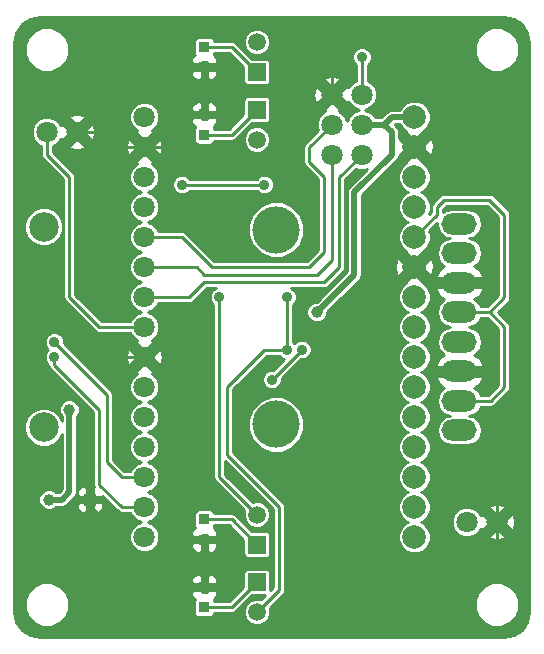
<source format=gbl>
G04 #@! TF.FileFunction,Copper,L2,Bot,Signal*
%FSLAX46Y46*%
G04 Gerber Fmt 4.6, Leading zero omitted, Abs format (unit mm)*
G04 Created by KiCad (PCBNEW 4.0.1-stable) date 27/02/2016 21:34:42*
%MOMM*%
G01*
G04 APERTURE LIST*
%ADD10C,0.150000*%
%ADD11R,0.950000X0.950000*%
%ADD12C,2.000000*%
%ADD13C,1.800000*%
%ADD14R,1.500000X1.500000*%
%ADD15C,1.500000*%
%ADD16C,1.000000*%
%ADD17R,1.000000X1.000000*%
%ADD18O,3.000000X1.800000*%
%ADD19C,4.000000*%
%ADD20C,2.500000*%
%ADD21C,0.889000*%
%ADD22C,0.500000*%
%ADD23C,0.254000*%
G04 APERTURE END LIST*
D10*
D11*
X63500000Y-92925000D03*
X63500000Y-91225000D03*
X63500000Y-56935000D03*
X63500000Y-58635000D03*
X63500000Y-96940000D03*
X63500000Y-98640000D03*
X63500000Y-52920000D03*
X63500000Y-51220000D03*
D12*
X81280000Y-92710000D03*
X81280000Y-90170000D03*
X81280000Y-87630000D03*
X81280000Y-85090000D03*
X81280000Y-82550000D03*
X81280000Y-80010000D03*
X81280000Y-77470000D03*
X81280000Y-74930000D03*
X81280000Y-72390000D03*
X81280000Y-69850000D03*
X81280000Y-67310000D03*
X81280000Y-64770000D03*
X81280000Y-62230000D03*
X81280000Y-59690000D03*
X81280000Y-57150000D03*
D13*
X58420000Y-57150000D03*
X58420000Y-59690000D03*
X58420000Y-62230000D03*
X58420000Y-64770000D03*
X58420000Y-67310000D03*
X58420000Y-69850000D03*
X58420000Y-72390000D03*
X58420000Y-74930000D03*
X58420000Y-77470000D03*
X58420000Y-80010000D03*
X58420000Y-82550000D03*
X58420000Y-85090000D03*
X58420000Y-87630000D03*
X58420000Y-90170000D03*
X58420000Y-92710000D03*
D14*
X67945000Y-56515000D03*
D15*
X67945000Y-59055000D03*
D14*
X67945000Y-53340000D03*
D15*
X67945000Y-50800000D03*
D14*
X67945000Y-96520000D03*
D15*
X67945000Y-99060000D03*
D14*
X67945000Y-93345000D03*
D15*
X67945000Y-90805000D03*
D13*
X85725000Y-91440000D03*
X88265000Y-91440000D03*
X50165000Y-58420000D03*
X52705000Y-58420000D03*
D16*
X50320000Y-89535000D03*
D17*
X53820000Y-89535000D03*
D18*
X85090000Y-73680000D03*
X85090000Y-76180000D03*
X85090000Y-78680000D03*
X85090000Y-71180000D03*
X85090000Y-68680000D03*
X85090000Y-81180000D03*
X85090000Y-83680000D03*
X85090000Y-66180000D03*
D19*
X69590000Y-83180000D03*
X69590000Y-66680000D03*
D20*
X49890000Y-83430000D03*
X49890000Y-66430000D03*
D13*
X76835000Y-55245000D03*
X76835000Y-57785000D03*
X76835000Y-60325000D03*
X74295000Y-60325000D03*
X74295000Y-57785000D03*
X74295000Y-55245000D03*
D16*
X52070000Y-81915000D03*
X73025000Y-73660000D03*
D21*
X61595000Y-62865000D03*
X68580000Y-62865000D03*
X76835000Y-52070000D03*
X78105000Y-82550000D03*
X48895000Y-74295000D03*
X53340000Y-67945000D03*
X76200000Y-94615000D03*
X88265000Y-87630000D03*
X83820000Y-96520000D03*
X50800000Y-76200000D03*
X50800000Y-77470000D03*
X69215000Y-79375000D03*
X71755000Y-76835000D03*
X64770000Y-72390000D03*
X70485000Y-72390000D03*
X70485000Y-76835000D03*
D22*
X52070000Y-88900000D02*
X52070000Y-88265000D01*
X52070000Y-81915000D02*
X52070000Y-88265000D01*
X52070000Y-88900000D02*
X51435000Y-89535000D01*
X50320000Y-89535000D02*
X51435000Y-89535000D01*
X78740000Y-57785000D02*
X79375000Y-58420000D01*
X76200000Y-70485000D02*
X73025000Y-73660000D01*
X76200000Y-63500000D02*
X76200000Y-70485000D01*
X79375000Y-60325000D02*
X76200000Y-63500000D01*
X79375000Y-58420000D02*
X79375000Y-60325000D01*
X76835000Y-57785000D02*
X78740000Y-57785000D01*
X81280000Y-57150000D02*
X79375000Y-57150000D01*
X79375000Y-57150000D02*
X78740000Y-57785000D01*
D23*
X76835000Y-55245000D02*
X76835000Y-52070000D01*
X68580000Y-62865000D02*
X61595000Y-62865000D01*
X81280000Y-67310000D02*
X83185000Y-65405000D01*
X88900000Y-72430000D02*
X87650000Y-73680000D01*
X88900000Y-65405000D02*
X88900000Y-72430000D01*
X87630000Y-64135000D02*
X88900000Y-65405000D01*
X83820000Y-64135000D02*
X87630000Y-64135000D01*
X83185000Y-64770000D02*
X83820000Y-64135000D01*
X83185000Y-65405000D02*
X83185000Y-64770000D01*
X85090000Y-73680000D02*
X87650000Y-73680000D01*
X87730000Y-81180000D02*
X85090000Y-81180000D01*
X88900000Y-80010000D02*
X87730000Y-81180000D01*
X88900000Y-74930000D02*
X88900000Y-80010000D01*
X87650000Y-73680000D02*
X88900000Y-74930000D01*
X53820000Y-89535000D02*
X53820000Y-90015000D01*
X53820000Y-90015000D02*
X54610000Y-90805000D01*
D22*
X53820000Y-89380000D02*
X53820000Y-89535000D01*
D23*
X56515000Y-55245000D02*
X56515000Y-57150000D01*
X56515000Y-55245000D02*
X57785000Y-53975000D01*
X59690000Y-52070000D02*
X58840000Y-52920000D01*
X57785000Y-53975000D02*
X58840000Y-52920000D01*
X55245000Y-58420000D02*
X52705000Y-58420000D01*
X56515000Y-57150000D02*
X55245000Y-58420000D01*
X76200000Y-84455000D02*
X76200000Y-94615000D01*
X78105000Y-82550000D02*
X76200000Y-84455000D01*
X58420000Y-77470000D02*
X53975000Y-77470000D01*
X50800000Y-74295000D02*
X53975000Y-77470000D01*
X50800000Y-74295000D02*
X48895000Y-74295000D01*
X81280000Y-59690000D02*
X79375000Y-61595000D01*
X79375000Y-67945000D02*
X81280000Y-69850000D01*
X79375000Y-61595000D02*
X79375000Y-67945000D01*
X55245000Y-59690000D02*
X58420000Y-59690000D01*
X53340000Y-61595000D02*
X55245000Y-59690000D01*
X53340000Y-67945000D02*
X53340000Y-61595000D01*
X54610000Y-90960000D02*
X54610000Y-92710000D01*
X56515000Y-94615000D02*
X63500000Y-94615000D01*
X54610000Y-92710000D02*
X56515000Y-94615000D01*
X83820000Y-96520000D02*
X78105000Y-96520000D01*
X78105000Y-96520000D02*
X76200000Y-94615000D01*
X74295000Y-55245000D02*
X74295000Y-50165000D01*
X60540000Y-52920000D02*
X63500000Y-52920000D01*
X59690000Y-52070000D02*
X60540000Y-52920000D01*
X59690000Y-49530000D02*
X59690000Y-52070000D01*
X60325000Y-48895000D02*
X59690000Y-49530000D01*
X73025000Y-48895000D02*
X60325000Y-48895000D01*
X74295000Y-50165000D02*
X73025000Y-48895000D01*
X88265000Y-87630000D02*
X88265000Y-91440000D01*
X88265000Y-93980000D02*
X88265000Y-91440000D01*
X85725000Y-96520000D02*
X88265000Y-93980000D01*
X83820000Y-96520000D02*
X85725000Y-96520000D01*
X63500000Y-92925000D02*
X63500000Y-94615000D01*
X63500000Y-94615000D02*
X63500000Y-95250000D01*
X63500000Y-95250000D02*
X63500000Y-96940000D01*
X58420000Y-59690000D02*
X60325000Y-59690000D01*
X60325000Y-59690000D02*
X60960000Y-59055000D01*
X60960000Y-59055000D02*
X60960000Y-57785000D01*
X60960000Y-57785000D02*
X61810000Y-56935000D01*
X61810000Y-56935000D02*
X63500000Y-56935000D01*
X63500000Y-56935000D02*
X63500000Y-52920000D01*
X56515000Y-87630000D02*
X58420000Y-87630000D01*
X55245000Y-86360000D02*
X56515000Y-87630000D01*
X55245000Y-80645000D02*
X55245000Y-86360000D01*
X50800000Y-76200000D02*
X55245000Y-80645000D01*
X58420000Y-90170000D02*
X56515000Y-90170000D01*
X50800000Y-78105000D02*
X50800000Y-77470000D01*
X54610000Y-81915000D02*
X50800000Y-78105000D01*
X54610000Y-88265000D02*
X54610000Y-81915000D01*
X56515000Y-90170000D02*
X54610000Y-88265000D01*
X71755000Y-76835000D02*
X69215000Y-79375000D01*
X74295000Y-57785000D02*
X72390000Y-59690000D01*
X61595000Y-67310000D02*
X58420000Y-67310000D01*
X64135000Y-69850000D02*
X61595000Y-67310000D01*
X72390000Y-69850000D02*
X64135000Y-69850000D01*
X73660000Y-68580000D02*
X72390000Y-69850000D01*
X73660000Y-62230000D02*
X73660000Y-68580000D01*
X72390000Y-60960000D02*
X73660000Y-62230000D01*
X72390000Y-59690000D02*
X72390000Y-60960000D01*
X63500000Y-98640000D02*
X65825000Y-98640000D01*
X65825000Y-98640000D02*
X67945000Y-96520000D01*
X63500000Y-51220000D02*
X65825000Y-51220000D01*
X65825000Y-51220000D02*
X67945000Y-53340000D01*
X64770000Y-87630000D02*
X67945000Y-90805000D01*
X64770000Y-72390000D02*
X64770000Y-87630000D01*
X50165000Y-58420000D02*
X50165000Y-60325000D01*
X50165000Y-60325000D02*
X52070000Y-62230000D01*
X52070000Y-72390000D02*
X52070000Y-62230000D01*
X52070000Y-72390000D02*
X54610000Y-74930000D01*
X58420000Y-74930000D02*
X54610000Y-74930000D01*
X63500000Y-91225000D02*
X65825000Y-91225000D01*
X65825000Y-91225000D02*
X67945000Y-93345000D01*
X63500000Y-58635000D02*
X65825000Y-58635000D01*
X65825000Y-58635000D02*
X67945000Y-56515000D01*
X70485000Y-76835000D02*
X70485000Y-72390000D01*
X70485000Y-76835000D02*
X68580000Y-76835000D01*
X69850000Y-97155000D02*
X67945000Y-99060000D01*
X69850000Y-90170000D02*
X69850000Y-97155000D01*
X65405000Y-85725000D02*
X69850000Y-90170000D01*
X65405000Y-80010000D02*
X65405000Y-85725000D01*
X68580000Y-76835000D02*
X65405000Y-80010000D01*
X74930000Y-65405000D02*
X74930000Y-62230000D01*
X62230000Y-72390000D02*
X63500000Y-71120000D01*
X63500000Y-71120000D02*
X73660000Y-71120000D01*
X73660000Y-71120000D02*
X74930000Y-69850000D01*
X74930000Y-69850000D02*
X74930000Y-65405000D01*
X58420000Y-72390000D02*
X62230000Y-72390000D01*
X74930000Y-62230000D02*
X76835000Y-60325000D01*
X74295000Y-60325000D02*
X74295000Y-62230000D01*
X62865000Y-69850000D02*
X58420000Y-69850000D01*
X63500000Y-70485000D02*
X62865000Y-69850000D01*
X73025000Y-70485000D02*
X63500000Y-70485000D01*
X74295000Y-69215000D02*
X73025000Y-70485000D01*
X74295000Y-62230000D02*
X74295000Y-69215000D01*
X74295000Y-62230000D02*
X74295000Y-62230000D01*
G36*
X89703848Y-48859339D02*
X90385317Y-49314683D01*
X90840661Y-49996152D01*
X91009000Y-50842448D01*
X91009000Y-99017552D01*
X90840661Y-99863848D01*
X90385317Y-100545317D01*
X89703848Y-101000661D01*
X88857552Y-101169000D01*
X49572448Y-101169000D01*
X48726152Y-101000661D01*
X48044683Y-100545317D01*
X47589339Y-99863848D01*
X47421000Y-99017552D01*
X47421000Y-98797513D01*
X48283674Y-98797513D01*
X48569436Y-99489109D01*
X49098108Y-100018704D01*
X49789204Y-100305673D01*
X50537513Y-100306326D01*
X51229109Y-100020564D01*
X51758704Y-99491892D01*
X52045673Y-98800796D01*
X52046326Y-98052487D01*
X51760564Y-97360891D01*
X51231892Y-96831296D01*
X50540796Y-96544327D01*
X49792487Y-96543674D01*
X49100891Y-96829436D01*
X48571296Y-97358108D01*
X48284327Y-98049204D01*
X48283674Y-98797513D01*
X47421000Y-98797513D01*
X47421000Y-96338691D01*
X62390000Y-96338691D01*
X62390000Y-96543750D01*
X62548750Y-96702500D01*
X63262500Y-96702500D01*
X63262500Y-95988750D01*
X63737500Y-95988750D01*
X63737500Y-96702500D01*
X64451250Y-96702500D01*
X64610000Y-96543750D01*
X64610000Y-96338691D01*
X64513327Y-96105302D01*
X64334699Y-95926673D01*
X64101310Y-95830000D01*
X63896250Y-95830000D01*
X63737500Y-95988750D01*
X63262500Y-95988750D01*
X63103750Y-95830000D01*
X62898690Y-95830000D01*
X62665301Y-95926673D01*
X62486673Y-96105302D01*
X62390000Y-96338691D01*
X47421000Y-96338691D01*
X47421000Y-83753003D01*
X48258718Y-83753003D01*
X48506499Y-84352680D01*
X48964907Y-84811888D01*
X49564151Y-85060716D01*
X50213003Y-85061282D01*
X50812680Y-84813501D01*
X51271888Y-84355093D01*
X51439000Y-83952643D01*
X51439000Y-88638631D01*
X51173632Y-88904000D01*
X50934937Y-88904000D01*
X50819698Y-88788560D01*
X50496011Y-88654153D01*
X50145527Y-88653847D01*
X49821605Y-88787689D01*
X49573560Y-89035302D01*
X49439153Y-89358989D01*
X49438847Y-89709473D01*
X49572689Y-90033395D01*
X49820302Y-90281440D01*
X50143989Y-90415847D01*
X50494473Y-90416153D01*
X50818395Y-90282311D01*
X50934909Y-90166000D01*
X51435000Y-90166000D01*
X51676473Y-90117968D01*
X51881184Y-89981184D01*
X51918618Y-89943750D01*
X52685000Y-89943750D01*
X52685000Y-90161310D01*
X52781673Y-90394699D01*
X52960302Y-90573327D01*
X53193691Y-90670000D01*
X53411250Y-90670000D01*
X53570000Y-90511250D01*
X53570000Y-89785000D01*
X54070000Y-89785000D01*
X54070000Y-90511250D01*
X54228750Y-90670000D01*
X54446309Y-90670000D01*
X54679698Y-90573327D01*
X54858327Y-90394699D01*
X54955000Y-90161310D01*
X54955000Y-89943750D01*
X54796250Y-89785000D01*
X54070000Y-89785000D01*
X53570000Y-89785000D01*
X52843750Y-89785000D01*
X52685000Y-89943750D01*
X51918618Y-89943750D01*
X52516185Y-89346184D01*
X52652968Y-89141473D01*
X52685000Y-88980437D01*
X52685000Y-89126250D01*
X52843750Y-89285000D01*
X53570000Y-89285000D01*
X53570000Y-88558750D01*
X53411250Y-88400000D01*
X53193691Y-88400000D01*
X52960302Y-88496673D01*
X52781673Y-88675301D01*
X52701000Y-88870063D01*
X52701000Y-82529937D01*
X52816440Y-82414698D01*
X52950847Y-82091011D01*
X52951153Y-81740527D01*
X52817311Y-81416605D01*
X52569698Y-81168560D01*
X52246011Y-81034153D01*
X51895527Y-81033847D01*
X51571605Y-81167689D01*
X51323560Y-81415302D01*
X51189153Y-81738989D01*
X51188847Y-82089473D01*
X51322689Y-82413395D01*
X51439000Y-82529909D01*
X51439000Y-82907859D01*
X51273501Y-82507320D01*
X50815093Y-82048112D01*
X50215849Y-81799284D01*
X49566997Y-81798718D01*
X48967320Y-82046499D01*
X48508112Y-82504907D01*
X48259284Y-83104151D01*
X48258718Y-83753003D01*
X47421000Y-83753003D01*
X47421000Y-76363482D01*
X49974357Y-76363482D01*
X50099767Y-76666998D01*
X50267566Y-76835089D01*
X50100583Y-77001781D01*
X49974643Y-77305077D01*
X49974357Y-77633482D01*
X50099767Y-77936998D01*
X50298103Y-78135680D01*
X50330669Y-78299403D01*
X50440790Y-78464210D01*
X54102000Y-82125420D01*
X54102000Y-88265000D01*
X54140669Y-88459403D01*
X54152156Y-88476594D01*
X54070000Y-88558750D01*
X54070000Y-89285000D01*
X54796250Y-89285000D01*
X54853915Y-89227335D01*
X56155790Y-90529210D01*
X56320597Y-90639331D01*
X56515000Y-90678000D01*
X57243857Y-90678000D01*
X57333388Y-90894680D01*
X57693425Y-91255345D01*
X58138636Y-91440213D01*
X57695320Y-91623388D01*
X57334655Y-91983425D01*
X57139223Y-92454076D01*
X57138778Y-92963689D01*
X57333388Y-93434680D01*
X57693425Y-93795345D01*
X58164076Y-93990777D01*
X58673689Y-93991222D01*
X59144680Y-93796612D01*
X59505345Y-93436575D01*
X59553232Y-93321250D01*
X62390000Y-93321250D01*
X62390000Y-93526309D01*
X62486673Y-93759698D01*
X62665301Y-93938327D01*
X62898690Y-94035000D01*
X63103750Y-94035000D01*
X63262500Y-93876250D01*
X63262500Y-93162500D01*
X63737500Y-93162500D01*
X63737500Y-93876250D01*
X63896250Y-94035000D01*
X64101310Y-94035000D01*
X64334699Y-93938327D01*
X64513327Y-93759698D01*
X64610000Y-93526309D01*
X64610000Y-93321250D01*
X64451250Y-93162500D01*
X63737500Y-93162500D01*
X63262500Y-93162500D01*
X62548750Y-93162500D01*
X62390000Y-93321250D01*
X59553232Y-93321250D01*
X59700777Y-92965924D01*
X59701222Y-92456311D01*
X59646425Y-92323691D01*
X62390000Y-92323691D01*
X62390000Y-92528750D01*
X62548750Y-92687500D01*
X63262500Y-92687500D01*
X63262500Y-92532000D01*
X63737500Y-92532000D01*
X63737500Y-92687500D01*
X64451250Y-92687500D01*
X64610000Y-92528750D01*
X64610000Y-92323691D01*
X64513327Y-92090302D01*
X64334699Y-91911673D01*
X64301025Y-91897725D01*
X64332859Y-91851134D01*
X64356781Y-91733000D01*
X65614580Y-91733000D01*
X66806536Y-92924956D01*
X66806536Y-94095000D01*
X66833103Y-94236190D01*
X66916546Y-94365865D01*
X67043866Y-94452859D01*
X67195000Y-94483464D01*
X68695000Y-94483464D01*
X68836190Y-94456897D01*
X68965865Y-94373454D01*
X69052859Y-94246134D01*
X69083464Y-94095000D01*
X69083464Y-92595000D01*
X69056897Y-92453810D01*
X68973454Y-92324135D01*
X68846134Y-92237141D01*
X68695000Y-92206536D01*
X67524956Y-92206536D01*
X66184210Y-90865790D01*
X66019403Y-90755669D01*
X65825000Y-90717000D01*
X64357255Y-90717000D01*
X64336897Y-90608810D01*
X64253454Y-90479135D01*
X64126134Y-90392141D01*
X63975000Y-90361536D01*
X63025000Y-90361536D01*
X62883810Y-90388103D01*
X62754135Y-90471546D01*
X62667141Y-90598866D01*
X62636536Y-90750000D01*
X62636536Y-91700000D01*
X62663103Y-91841190D01*
X62699375Y-91897559D01*
X62665301Y-91911673D01*
X62486673Y-92090302D01*
X62390000Y-92323691D01*
X59646425Y-92323691D01*
X59506612Y-91985320D01*
X59146575Y-91624655D01*
X58701364Y-91439787D01*
X59144680Y-91256612D01*
X59505345Y-90896575D01*
X59700777Y-90425924D01*
X59701222Y-89916311D01*
X59506612Y-89445320D01*
X59146575Y-89084655D01*
X58701364Y-88899787D01*
X59144680Y-88716612D01*
X59505345Y-88356575D01*
X59700777Y-87885924D01*
X59701222Y-87376311D01*
X59506612Y-86905320D01*
X59146575Y-86544655D01*
X58701364Y-86359787D01*
X59144680Y-86176612D01*
X59505345Y-85816575D01*
X59700777Y-85345924D01*
X59701222Y-84836311D01*
X59506612Y-84365320D01*
X59146575Y-84004655D01*
X58701364Y-83819787D01*
X59144680Y-83636612D01*
X59505345Y-83276575D01*
X59700777Y-82805924D01*
X59701222Y-82296311D01*
X59506612Y-81825320D01*
X59146575Y-81464655D01*
X58701364Y-81279787D01*
X59144680Y-81096612D01*
X59505345Y-80736575D01*
X59700777Y-80265924D01*
X59701222Y-79756311D01*
X59506612Y-79285320D01*
X59146575Y-78924655D01*
X59030966Y-78876650D01*
X59115053Y-78692555D01*
X58420000Y-77997502D01*
X57724947Y-78692555D01*
X57808939Y-78876442D01*
X57695320Y-78923388D01*
X57334655Y-79283425D01*
X57139223Y-79754076D01*
X57138778Y-80263689D01*
X57333388Y-80734680D01*
X57693425Y-81095345D01*
X58138636Y-81280213D01*
X57695320Y-81463388D01*
X57334655Y-81823425D01*
X57139223Y-82294076D01*
X57138778Y-82803689D01*
X57333388Y-83274680D01*
X57693425Y-83635345D01*
X58138636Y-83820213D01*
X57695320Y-84003388D01*
X57334655Y-84363425D01*
X57139223Y-84834076D01*
X57138778Y-85343689D01*
X57333388Y-85814680D01*
X57693425Y-86175345D01*
X58138636Y-86360213D01*
X57695320Y-86543388D01*
X57334655Y-86903425D01*
X57243894Y-87122000D01*
X56725420Y-87122000D01*
X55753000Y-86149580D01*
X55753000Y-80645000D01*
X55714331Y-80450597D01*
X55714331Y-80450596D01*
X55604210Y-80285790D01*
X52796283Y-77477863D01*
X56854948Y-77477863D01*
X56971071Y-78061655D01*
X57197445Y-78165053D01*
X57892498Y-77470000D01*
X58947502Y-77470000D01*
X59642555Y-78165053D01*
X59868929Y-78061655D01*
X59985052Y-77462137D01*
X59868929Y-76878345D01*
X59642555Y-76774947D01*
X58947502Y-77470000D01*
X57892498Y-77470000D01*
X57197445Y-76774947D01*
X56971071Y-76878345D01*
X56854948Y-77477863D01*
X52796283Y-77477863D01*
X51625407Y-76306987D01*
X51625643Y-76036518D01*
X51500233Y-75733002D01*
X51268219Y-75500583D01*
X50964923Y-75374643D01*
X50636518Y-75374357D01*
X50333002Y-75499767D01*
X50100583Y-75731781D01*
X49974643Y-76035077D01*
X49974357Y-76363482D01*
X47421000Y-76363482D01*
X47421000Y-66753003D01*
X48258718Y-66753003D01*
X48506499Y-67352680D01*
X48964907Y-67811888D01*
X49564151Y-68060716D01*
X50213003Y-68061282D01*
X50812680Y-67813501D01*
X51271888Y-67355093D01*
X51520716Y-66755849D01*
X51521282Y-66106997D01*
X51273501Y-65507320D01*
X50815093Y-65048112D01*
X50215849Y-64799284D01*
X49566997Y-64798718D01*
X48967320Y-65046499D01*
X48508112Y-65504907D01*
X48259284Y-66104151D01*
X48258718Y-66753003D01*
X47421000Y-66753003D01*
X47421000Y-58673689D01*
X48883778Y-58673689D01*
X49078388Y-59144680D01*
X49438425Y-59505345D01*
X49657000Y-59596106D01*
X49657000Y-60325000D01*
X49695669Y-60519403D01*
X49805790Y-60684210D01*
X51562000Y-62440420D01*
X51562000Y-72390000D01*
X51600669Y-72584403D01*
X51710790Y-72749210D01*
X54250789Y-75289210D01*
X54360910Y-75362790D01*
X54415597Y-75399331D01*
X54610000Y-75438000D01*
X57243857Y-75438000D01*
X57333388Y-75654680D01*
X57693425Y-76015345D01*
X57809034Y-76063350D01*
X57724947Y-76247445D01*
X58420000Y-76942498D01*
X59115053Y-76247445D01*
X59031061Y-76063558D01*
X59144680Y-76016612D01*
X59505345Y-75656575D01*
X59700777Y-75185924D01*
X59701222Y-74676311D01*
X59506612Y-74205320D01*
X59146575Y-73844655D01*
X58701364Y-73659787D01*
X59144680Y-73476612D01*
X59505345Y-73116575D01*
X59596106Y-72898000D01*
X62230000Y-72898000D01*
X62424403Y-72859331D01*
X62589210Y-72749210D01*
X63710420Y-71628000D01*
X64452490Y-71628000D01*
X64303002Y-71689767D01*
X64070583Y-71921781D01*
X63944643Y-72225077D01*
X63944357Y-72553482D01*
X64069767Y-72856998D01*
X64262000Y-73049567D01*
X64262000Y-87630000D01*
X64300669Y-87824403D01*
X64410790Y-87989210D01*
X66868895Y-90447315D01*
X66814196Y-90579043D01*
X66813804Y-91028983D01*
X66985625Y-91444823D01*
X67303503Y-91763256D01*
X67719043Y-91935804D01*
X68168983Y-91936196D01*
X68584823Y-91764375D01*
X68903256Y-91446497D01*
X69075804Y-91030957D01*
X69076196Y-90581017D01*
X68904375Y-90165177D01*
X68586497Y-89846744D01*
X68170957Y-89674196D01*
X67721017Y-89673804D01*
X67587424Y-89729004D01*
X65278000Y-87419580D01*
X65278000Y-86316420D01*
X69342000Y-90380420D01*
X69342000Y-96944580D01*
X69083464Y-97203116D01*
X69083464Y-95770000D01*
X69056897Y-95628810D01*
X68973454Y-95499135D01*
X68846134Y-95412141D01*
X68695000Y-95381536D01*
X67195000Y-95381536D01*
X67053810Y-95408103D01*
X66924135Y-95491546D01*
X66837141Y-95618866D01*
X66806536Y-95770000D01*
X66806536Y-96940044D01*
X65614580Y-98132000D01*
X64357255Y-98132000D01*
X64336897Y-98023810D01*
X64300625Y-97967441D01*
X64334699Y-97953327D01*
X64513327Y-97774698D01*
X64610000Y-97541309D01*
X64610000Y-97336250D01*
X64451250Y-97177500D01*
X63737500Y-97177500D01*
X63737500Y-97333000D01*
X63262500Y-97333000D01*
X63262500Y-97177500D01*
X62548750Y-97177500D01*
X62390000Y-97336250D01*
X62390000Y-97541309D01*
X62486673Y-97774698D01*
X62665301Y-97953327D01*
X62698975Y-97967275D01*
X62667141Y-98013866D01*
X62636536Y-98165000D01*
X62636536Y-99115000D01*
X62663103Y-99256190D01*
X62746546Y-99385865D01*
X62873866Y-99472859D01*
X63025000Y-99503464D01*
X63975000Y-99503464D01*
X64116190Y-99476897D01*
X64245865Y-99393454D01*
X64332859Y-99266134D01*
X64356781Y-99148000D01*
X65825000Y-99148000D01*
X66019403Y-99109331D01*
X66184210Y-98999210D01*
X67524956Y-97658464D01*
X68628116Y-97658464D01*
X68302685Y-97983895D01*
X68170957Y-97929196D01*
X67721017Y-97928804D01*
X67305177Y-98100625D01*
X66986744Y-98418503D01*
X66814196Y-98834043D01*
X66813804Y-99283983D01*
X66985625Y-99699823D01*
X67303503Y-100018256D01*
X67719043Y-100190804D01*
X68168983Y-100191196D01*
X68584823Y-100019375D01*
X68903256Y-99701497D01*
X69075804Y-99285957D01*
X69076196Y-98836017D01*
X69060287Y-98797513D01*
X86383674Y-98797513D01*
X86669436Y-99489109D01*
X87198108Y-100018704D01*
X87889204Y-100305673D01*
X88637513Y-100306326D01*
X89329109Y-100020564D01*
X89858704Y-99491892D01*
X90145673Y-98800796D01*
X90146326Y-98052487D01*
X89860564Y-97360891D01*
X89331892Y-96831296D01*
X88640796Y-96544327D01*
X87892487Y-96543674D01*
X87200891Y-96829436D01*
X86671296Y-97358108D01*
X86384327Y-98049204D01*
X86383674Y-98797513D01*
X69060287Y-98797513D01*
X69020996Y-98702424D01*
X70209210Y-97514210D01*
X70319331Y-97349403D01*
X70358000Y-97155000D01*
X70358000Y-90170000D01*
X70319331Y-89975597D01*
X70319331Y-89975596D01*
X70209210Y-89810790D01*
X65913000Y-85514580D01*
X65913000Y-83651532D01*
X67208587Y-83651532D01*
X67570309Y-84526966D01*
X68239511Y-85197337D01*
X69114312Y-85560586D01*
X70061532Y-85561413D01*
X70936966Y-85199691D01*
X71607337Y-84530489D01*
X71970586Y-83655688D01*
X71971413Y-82708468D01*
X71609691Y-81833034D01*
X70940489Y-81162663D01*
X70065688Y-80799414D01*
X69118468Y-80798587D01*
X68243034Y-81160309D01*
X67572663Y-81829511D01*
X67209414Y-82704312D01*
X67208587Y-83651532D01*
X65913000Y-83651532D01*
X65913000Y-80220420D01*
X68790420Y-77343000D01*
X69825698Y-77343000D01*
X70016781Y-77534417D01*
X70243161Y-77628419D01*
X69321987Y-78549593D01*
X69051518Y-78549357D01*
X68748002Y-78674767D01*
X68515583Y-78906781D01*
X68389643Y-79210077D01*
X68389357Y-79538482D01*
X68514767Y-79841998D01*
X68746781Y-80074417D01*
X69050077Y-80200357D01*
X69378482Y-80200643D01*
X69681998Y-80075233D01*
X69914417Y-79843219D01*
X70040357Y-79539923D01*
X70040594Y-79267826D01*
X71648013Y-77660407D01*
X71918482Y-77660643D01*
X72221998Y-77535233D01*
X72454417Y-77303219D01*
X72580357Y-76999923D01*
X72580643Y-76671518D01*
X72455233Y-76368002D01*
X72223219Y-76135583D01*
X71919923Y-76009643D01*
X71591518Y-76009357D01*
X71288002Y-76134767D01*
X71119911Y-76302566D01*
X70993000Y-76175433D01*
X70993000Y-73049302D01*
X71184417Y-72858219D01*
X71310357Y-72554923D01*
X71310643Y-72226518D01*
X71185233Y-71923002D01*
X70953219Y-71690583D01*
X70802503Y-71628000D01*
X73660000Y-71628000D01*
X73854403Y-71589331D01*
X74019210Y-71479210D01*
X75289210Y-70209210D01*
X75399331Y-70044404D01*
X75427650Y-69902032D01*
X75438000Y-69850000D01*
X75438000Y-62440420D01*
X76362552Y-61515868D01*
X76579076Y-61605777D01*
X77088689Y-61606222D01*
X77280781Y-61526851D01*
X75753816Y-63053816D01*
X75617032Y-63258527D01*
X75569000Y-63500000D01*
X75569000Y-70223632D01*
X73013643Y-72778989D01*
X72850527Y-72778847D01*
X72526605Y-72912689D01*
X72278560Y-73160302D01*
X72144153Y-73483989D01*
X72143847Y-73834473D01*
X72277689Y-74158395D01*
X72525302Y-74406440D01*
X72848989Y-74540847D01*
X73199473Y-74541153D01*
X73523395Y-74407311D01*
X73771440Y-74159698D01*
X73905847Y-73836011D01*
X73905991Y-73671377D01*
X74913875Y-72663493D01*
X79898761Y-72663493D01*
X80108563Y-73171251D01*
X80496705Y-73560072D01*
X80737324Y-73659985D01*
X80498749Y-73758563D01*
X80109928Y-74146705D01*
X79899241Y-74654097D01*
X79898761Y-75203493D01*
X80108563Y-75711251D01*
X80496705Y-76100072D01*
X80737324Y-76199985D01*
X80498749Y-76298563D01*
X80109928Y-76686705D01*
X79899241Y-77194097D01*
X79898761Y-77743493D01*
X80108563Y-78251251D01*
X80496705Y-78640072D01*
X80737324Y-78739985D01*
X80498749Y-78838563D01*
X80109928Y-79226705D01*
X79899241Y-79734097D01*
X79898761Y-80283493D01*
X80108563Y-80791251D01*
X80496705Y-81180072D01*
X80737324Y-81279985D01*
X80498749Y-81378563D01*
X80109928Y-81766705D01*
X79899241Y-82274097D01*
X79898761Y-82823493D01*
X80108563Y-83331251D01*
X80496705Y-83720072D01*
X80737324Y-83819985D01*
X80498749Y-83918563D01*
X80109928Y-84306705D01*
X79899241Y-84814097D01*
X79898761Y-85363493D01*
X80108563Y-85871251D01*
X80496705Y-86260072D01*
X80737324Y-86359985D01*
X80498749Y-86458563D01*
X80109928Y-86846705D01*
X79899241Y-87354097D01*
X79898761Y-87903493D01*
X80108563Y-88411251D01*
X80496705Y-88800072D01*
X80737324Y-88899985D01*
X80498749Y-88998563D01*
X80109928Y-89386705D01*
X79899241Y-89894097D01*
X79898761Y-90443493D01*
X80108563Y-90951251D01*
X80496705Y-91340072D01*
X80737324Y-91439985D01*
X80498749Y-91538563D01*
X80109928Y-91926705D01*
X79899241Y-92434097D01*
X79898761Y-92983493D01*
X80108563Y-93491251D01*
X80496705Y-93880072D01*
X81004097Y-94090759D01*
X81553493Y-94091239D01*
X82061251Y-93881437D01*
X82450072Y-93493295D01*
X82660759Y-92985903D01*
X82661239Y-92436507D01*
X82451437Y-91928749D01*
X82216788Y-91693689D01*
X84443778Y-91693689D01*
X84638388Y-92164680D01*
X84998425Y-92525345D01*
X85469076Y-92720777D01*
X85978689Y-92721222D01*
X86120673Y-92662555D01*
X87569947Y-92662555D01*
X87673345Y-92888929D01*
X88272863Y-93005052D01*
X88856655Y-92888929D01*
X88960053Y-92662555D01*
X88265000Y-91967502D01*
X87569947Y-92662555D01*
X86120673Y-92662555D01*
X86449680Y-92526612D01*
X86810345Y-92166575D01*
X86858350Y-92050966D01*
X87042445Y-92135053D01*
X87737498Y-91440000D01*
X88792502Y-91440000D01*
X89487555Y-92135053D01*
X89713929Y-92031655D01*
X89830052Y-91432137D01*
X89713929Y-90848345D01*
X89487555Y-90744947D01*
X88792502Y-91440000D01*
X87737498Y-91440000D01*
X87042445Y-90744947D01*
X86858558Y-90828939D01*
X86811612Y-90715320D01*
X86451575Y-90354655D01*
X86121138Y-90217445D01*
X87569947Y-90217445D01*
X88265000Y-90912498D01*
X88960053Y-90217445D01*
X88856655Y-89991071D01*
X88257137Y-89874948D01*
X87673345Y-89991071D01*
X87569947Y-90217445D01*
X86121138Y-90217445D01*
X85980924Y-90159223D01*
X85471311Y-90158778D01*
X85000320Y-90353388D01*
X84639655Y-90713425D01*
X84444223Y-91184076D01*
X84443778Y-91693689D01*
X82216788Y-91693689D01*
X82063295Y-91539928D01*
X81822676Y-91440015D01*
X82061251Y-91341437D01*
X82450072Y-90953295D01*
X82660759Y-90445903D01*
X82661239Y-89896507D01*
X82451437Y-89388749D01*
X82063295Y-88999928D01*
X81822676Y-88900015D01*
X82061251Y-88801437D01*
X82450072Y-88413295D01*
X82660759Y-87905903D01*
X82661239Y-87356507D01*
X82451437Y-86848749D01*
X82063295Y-86459928D01*
X81822676Y-86360015D01*
X82061251Y-86261437D01*
X82450072Y-85873295D01*
X82660759Y-85365903D01*
X82661239Y-84816507D01*
X82451437Y-84308749D01*
X82063295Y-83919928D01*
X81822676Y-83820015D01*
X82061251Y-83721437D01*
X82450072Y-83333295D01*
X82660759Y-82825903D01*
X82661239Y-82276507D01*
X82451437Y-81768749D01*
X82063295Y-81379928D01*
X81822676Y-81280015D01*
X82061251Y-81181437D01*
X82450072Y-80793295D01*
X82660759Y-80285903D01*
X82661239Y-79736507D01*
X82451437Y-79228749D01*
X82063295Y-78839928D01*
X81822676Y-78740015D01*
X82061251Y-78641437D01*
X82450072Y-78253295D01*
X82660759Y-77745903D01*
X82661239Y-77196507D01*
X82451437Y-76688749D01*
X82063295Y-76299928D01*
X81822676Y-76200015D01*
X82061251Y-76101437D01*
X82450072Y-75713295D01*
X82660759Y-75205903D01*
X82661239Y-74656507D01*
X82451437Y-74148749D01*
X82063295Y-73759928D01*
X81822676Y-73660015D01*
X82061251Y-73561437D01*
X82450072Y-73173295D01*
X82660759Y-72665903D01*
X82661239Y-72116507D01*
X82451437Y-71608749D01*
X82063295Y-71219928D01*
X82022219Y-71202872D01*
X82049638Y-71147140D01*
X81280000Y-70377502D01*
X80510362Y-71147140D01*
X80537603Y-71202509D01*
X80498749Y-71218563D01*
X80109928Y-71606705D01*
X79899241Y-72114097D01*
X79898761Y-72663493D01*
X74913875Y-72663493D01*
X76646184Y-70931184D01*
X76782968Y-70726473D01*
X76831000Y-70485000D01*
X76831000Y-69833400D01*
X79613051Y-69833400D01*
X79733587Y-70472578D01*
X79746292Y-70503251D01*
X79982860Y-70619638D01*
X80752498Y-69850000D01*
X81807502Y-69850000D01*
X82577140Y-70619638D01*
X82813708Y-70503251D01*
X82946949Y-69866600D01*
X82826413Y-69227422D01*
X82813708Y-69196749D01*
X82577140Y-69080362D01*
X81807502Y-69850000D01*
X80752498Y-69850000D01*
X79982860Y-69080362D01*
X79746292Y-69196749D01*
X79613051Y-69833400D01*
X76831000Y-69833400D01*
X76831000Y-63761368D01*
X78088875Y-62503493D01*
X79898761Y-62503493D01*
X80108563Y-63011251D01*
X80496705Y-63400072D01*
X80737324Y-63499985D01*
X80498749Y-63598563D01*
X80109928Y-63986705D01*
X79899241Y-64494097D01*
X79898761Y-65043493D01*
X80108563Y-65551251D01*
X80496705Y-65940072D01*
X80737324Y-66039985D01*
X80498749Y-66138563D01*
X80109928Y-66526705D01*
X79899241Y-67034097D01*
X79898761Y-67583493D01*
X80108563Y-68091251D01*
X80496705Y-68480072D01*
X80537781Y-68497128D01*
X80510362Y-68552860D01*
X81280000Y-69322498D01*
X82049638Y-68552860D01*
X82022397Y-68497491D01*
X82061251Y-68481437D01*
X82450072Y-68093295D01*
X82660759Y-67585903D01*
X82661239Y-67036507D01*
X82547407Y-66761013D01*
X83183007Y-66125413D01*
X83172149Y-66180000D01*
X83269659Y-66670217D01*
X83547345Y-67085804D01*
X83962932Y-67363490D01*
X84297301Y-67430000D01*
X83962932Y-67496510D01*
X83547345Y-67774196D01*
X83269659Y-68189783D01*
X83172149Y-68680000D01*
X83269659Y-69170217D01*
X83547345Y-69585804D01*
X83815392Y-69764907D01*
X83359484Y-70078044D01*
X83077690Y-70578663D01*
X83165260Y-70807000D01*
X84717000Y-70807000D01*
X84717000Y-70787000D01*
X85463000Y-70787000D01*
X85463000Y-70807000D01*
X87014740Y-70807000D01*
X87102310Y-70578663D01*
X86820516Y-70078044D01*
X86364608Y-69764907D01*
X86632655Y-69585804D01*
X86910341Y-69170217D01*
X87007851Y-68680000D01*
X86910341Y-68189783D01*
X86632655Y-67774196D01*
X86217068Y-67496510D01*
X85882699Y-67430000D01*
X86217068Y-67363490D01*
X86632655Y-67085804D01*
X86910341Y-66670217D01*
X87007851Y-66180000D01*
X86910341Y-65689783D01*
X86632655Y-65274196D01*
X86217068Y-64996510D01*
X85726851Y-64899000D01*
X84453149Y-64899000D01*
X83962932Y-64996510D01*
X83693000Y-65176873D01*
X83693000Y-64980420D01*
X84030421Y-64643000D01*
X87419580Y-64643000D01*
X88392000Y-65615420D01*
X88392000Y-72219580D01*
X87439580Y-73172000D01*
X86898459Y-73172000D01*
X86632655Y-72774196D01*
X86364608Y-72595093D01*
X86820516Y-72281956D01*
X87102310Y-71781337D01*
X87014740Y-71553000D01*
X85463000Y-71553000D01*
X85463000Y-71573000D01*
X84717000Y-71573000D01*
X84717000Y-71553000D01*
X83165260Y-71553000D01*
X83077690Y-71781337D01*
X83359484Y-72281956D01*
X83815392Y-72595093D01*
X83547345Y-72774196D01*
X83269659Y-73189783D01*
X83172149Y-73680000D01*
X83269659Y-74170217D01*
X83547345Y-74585804D01*
X83962932Y-74863490D01*
X84297301Y-74930000D01*
X83962932Y-74996510D01*
X83547345Y-75274196D01*
X83269659Y-75689783D01*
X83172149Y-76180000D01*
X83269659Y-76670217D01*
X83547345Y-77085804D01*
X83815392Y-77264907D01*
X83359484Y-77578044D01*
X83077690Y-78078663D01*
X83165260Y-78307000D01*
X84717000Y-78307000D01*
X84717000Y-78287000D01*
X85463000Y-78287000D01*
X85463000Y-78307000D01*
X87014740Y-78307000D01*
X87102310Y-78078663D01*
X86820516Y-77578044D01*
X86364608Y-77264907D01*
X86632655Y-77085804D01*
X86910341Y-76670217D01*
X87007851Y-76180000D01*
X86910341Y-75689783D01*
X86632655Y-75274196D01*
X86217068Y-74996510D01*
X85882699Y-74930000D01*
X86217068Y-74863490D01*
X86632655Y-74585804D01*
X86898459Y-74188000D01*
X87439580Y-74188000D01*
X88392000Y-75140420D01*
X88392000Y-79799580D01*
X87519580Y-80672000D01*
X86898459Y-80672000D01*
X86632655Y-80274196D01*
X86364608Y-80095093D01*
X86820516Y-79781956D01*
X87102310Y-79281337D01*
X87014740Y-79053000D01*
X85463000Y-79053000D01*
X85463000Y-79073000D01*
X84717000Y-79073000D01*
X84717000Y-79053000D01*
X83165260Y-79053000D01*
X83077690Y-79281337D01*
X83359484Y-79781956D01*
X83815392Y-80095093D01*
X83547345Y-80274196D01*
X83269659Y-80689783D01*
X83172149Y-81180000D01*
X83269659Y-81670217D01*
X83547345Y-82085804D01*
X83962932Y-82363490D01*
X84297301Y-82430000D01*
X83962932Y-82496510D01*
X83547345Y-82774196D01*
X83269659Y-83189783D01*
X83172149Y-83680000D01*
X83269659Y-84170217D01*
X83547345Y-84585804D01*
X83962932Y-84863490D01*
X84453149Y-84961000D01*
X85726851Y-84961000D01*
X86217068Y-84863490D01*
X86632655Y-84585804D01*
X86910341Y-84170217D01*
X87007851Y-83680000D01*
X86910341Y-83189783D01*
X86632655Y-82774196D01*
X86217068Y-82496510D01*
X85882699Y-82430000D01*
X86217068Y-82363490D01*
X86632655Y-82085804D01*
X86898459Y-81688000D01*
X87730000Y-81688000D01*
X87924403Y-81649331D01*
X88089210Y-81539210D01*
X89259210Y-80369210D01*
X89369331Y-80204403D01*
X89408000Y-80010000D01*
X89408000Y-74930000D01*
X89369331Y-74735597D01*
X89259210Y-74570790D01*
X88368420Y-73680000D01*
X89259210Y-72789210D01*
X89369331Y-72624403D01*
X89408000Y-72430000D01*
X89408000Y-65405000D01*
X89369331Y-65210597D01*
X89369331Y-65210596D01*
X89259210Y-65045790D01*
X87989210Y-63775790D01*
X87824403Y-63665669D01*
X87630000Y-63627000D01*
X83820000Y-63627000D01*
X83625597Y-63665669D01*
X83460790Y-63775789D01*
X82825790Y-64410790D01*
X82715669Y-64575597D01*
X82677000Y-64770000D01*
X82677000Y-65194580D01*
X82543653Y-65327927D01*
X82660759Y-65045903D01*
X82661239Y-64496507D01*
X82451437Y-63988749D01*
X82063295Y-63599928D01*
X81822676Y-63500015D01*
X82061251Y-63401437D01*
X82450072Y-63013295D01*
X82660759Y-62505903D01*
X82661239Y-61956507D01*
X82451437Y-61448749D01*
X82063295Y-61059928D01*
X82022219Y-61042872D01*
X82049638Y-60987140D01*
X81280000Y-60217502D01*
X80510362Y-60987140D01*
X80537603Y-61042509D01*
X80498749Y-61058563D01*
X80109928Y-61446705D01*
X79899241Y-61954097D01*
X79898761Y-62503493D01*
X78088875Y-62503493D01*
X79821184Y-60771184D01*
X79957968Y-60566473D01*
X79973046Y-60490669D01*
X79979543Y-60458006D01*
X79982860Y-60459638D01*
X80752498Y-59690000D01*
X81807502Y-59690000D01*
X82577140Y-60459638D01*
X82813708Y-60343251D01*
X82946949Y-59706600D01*
X82826413Y-59067422D01*
X82813708Y-59036749D01*
X82577140Y-58920362D01*
X81807502Y-59690000D01*
X80752498Y-59690000D01*
X80006000Y-58943502D01*
X80006000Y-58420000D01*
X79957968Y-58178527D01*
X79922168Y-58124948D01*
X79821185Y-57973816D01*
X79632369Y-57785000D01*
X79636369Y-57781000D01*
X80046480Y-57781000D01*
X80108563Y-57931251D01*
X80496705Y-58320072D01*
X80537781Y-58337128D01*
X80510362Y-58392860D01*
X81280000Y-59162498D01*
X82049638Y-58392860D01*
X82022397Y-58337491D01*
X82061251Y-58321437D01*
X82450072Y-57933295D01*
X82660759Y-57425903D01*
X82661239Y-56876507D01*
X82451437Y-56368749D01*
X82063295Y-55979928D01*
X81555903Y-55769241D01*
X81006507Y-55768761D01*
X80498749Y-55978563D01*
X80109928Y-56366705D01*
X80046690Y-56519000D01*
X79375000Y-56519000D01*
X79133527Y-56567032D01*
X78928816Y-56703815D01*
X78478632Y-57154000D01*
X77960320Y-57154000D01*
X77921612Y-57060320D01*
X77561575Y-56699655D01*
X77116364Y-56514787D01*
X77559680Y-56331612D01*
X77920345Y-55971575D01*
X78115777Y-55500924D01*
X78116222Y-54991311D01*
X77921612Y-54520320D01*
X77561575Y-54159655D01*
X77343000Y-54068894D01*
X77343000Y-52729302D01*
X77534417Y-52538219D01*
X77660357Y-52234923D01*
X77660643Y-51906518D01*
X77619736Y-51807513D01*
X86383674Y-51807513D01*
X86669436Y-52499109D01*
X87198108Y-53028704D01*
X87889204Y-53315673D01*
X88637513Y-53316326D01*
X89329109Y-53030564D01*
X89858704Y-52501892D01*
X90145673Y-51810796D01*
X90146326Y-51062487D01*
X89860564Y-50370891D01*
X89331892Y-49841296D01*
X88640796Y-49554327D01*
X87892487Y-49553674D01*
X87200891Y-49839436D01*
X86671296Y-50368108D01*
X86384327Y-51059204D01*
X86383674Y-51807513D01*
X77619736Y-51807513D01*
X77535233Y-51603002D01*
X77303219Y-51370583D01*
X76999923Y-51244643D01*
X76671518Y-51244357D01*
X76368002Y-51369767D01*
X76135583Y-51601781D01*
X76009643Y-51905077D01*
X76009357Y-52233482D01*
X76134767Y-52536998D01*
X76327000Y-52729567D01*
X76327000Y-54068857D01*
X76110320Y-54158388D01*
X75749655Y-54518425D01*
X75701650Y-54634034D01*
X75517555Y-54549947D01*
X74822502Y-55245000D01*
X75517555Y-55940053D01*
X75701442Y-55856061D01*
X75748388Y-55969680D01*
X76108425Y-56330345D01*
X76553636Y-56515213D01*
X76110320Y-56698388D01*
X75749655Y-57058425D01*
X75564787Y-57503636D01*
X75381612Y-57060320D01*
X75021575Y-56699655D01*
X74905966Y-56651650D01*
X74990053Y-56467555D01*
X74295000Y-55772502D01*
X73599947Y-56467555D01*
X73683939Y-56651442D01*
X73570320Y-56698388D01*
X73209655Y-57058425D01*
X73014223Y-57529076D01*
X73013778Y-58038689D01*
X73104157Y-58257423D01*
X72030790Y-59330790D01*
X71920669Y-59495597D01*
X71882000Y-59690000D01*
X71882000Y-60960000D01*
X71920669Y-61154403D01*
X72030790Y-61319210D01*
X73152000Y-62440420D01*
X73152000Y-68369580D01*
X72179580Y-69342000D01*
X64345421Y-69342000D01*
X62154953Y-67151532D01*
X67208587Y-67151532D01*
X67570309Y-68026966D01*
X68239511Y-68697337D01*
X69114312Y-69060586D01*
X70061532Y-69061413D01*
X70936966Y-68699691D01*
X71607337Y-68030489D01*
X71970586Y-67155688D01*
X71971413Y-66208468D01*
X71609691Y-65333034D01*
X70940489Y-64662663D01*
X70065688Y-64299414D01*
X69118468Y-64298587D01*
X68243034Y-64660309D01*
X67572663Y-65329511D01*
X67209414Y-66204312D01*
X67208587Y-67151532D01*
X62154953Y-67151532D01*
X61954210Y-66950790D01*
X61789403Y-66840669D01*
X61595000Y-66802000D01*
X59596143Y-66802000D01*
X59506612Y-66585320D01*
X59146575Y-66224655D01*
X58701364Y-66039787D01*
X59144680Y-65856612D01*
X59505345Y-65496575D01*
X59700777Y-65025924D01*
X59701222Y-64516311D01*
X59506612Y-64045320D01*
X59146575Y-63684655D01*
X58701364Y-63499787D01*
X59144680Y-63316612D01*
X59433312Y-63028482D01*
X60769357Y-63028482D01*
X60894767Y-63331998D01*
X61126781Y-63564417D01*
X61430077Y-63690357D01*
X61758482Y-63690643D01*
X62061998Y-63565233D01*
X62254567Y-63373000D01*
X67920698Y-63373000D01*
X68111781Y-63564417D01*
X68415077Y-63690357D01*
X68743482Y-63690643D01*
X69046998Y-63565233D01*
X69279417Y-63333219D01*
X69405357Y-63029923D01*
X69405643Y-62701518D01*
X69280233Y-62398002D01*
X69048219Y-62165583D01*
X68744923Y-62039643D01*
X68416518Y-62039357D01*
X68113002Y-62164767D01*
X67920433Y-62357000D01*
X62254302Y-62357000D01*
X62063219Y-62165583D01*
X61759923Y-62039643D01*
X61431518Y-62039357D01*
X61128002Y-62164767D01*
X60895583Y-62396781D01*
X60769643Y-62700077D01*
X60769357Y-63028482D01*
X59433312Y-63028482D01*
X59505345Y-62956575D01*
X59700777Y-62485924D01*
X59701222Y-61976311D01*
X59506612Y-61505320D01*
X59146575Y-61144655D01*
X59030966Y-61096650D01*
X59115053Y-60912555D01*
X58420000Y-60217502D01*
X57724947Y-60912555D01*
X57808939Y-61096442D01*
X57695320Y-61143388D01*
X57334655Y-61503425D01*
X57139223Y-61974076D01*
X57138778Y-62483689D01*
X57333388Y-62954680D01*
X57693425Y-63315345D01*
X58138636Y-63500213D01*
X57695320Y-63683388D01*
X57334655Y-64043425D01*
X57139223Y-64514076D01*
X57138778Y-65023689D01*
X57333388Y-65494680D01*
X57693425Y-65855345D01*
X58138636Y-66040213D01*
X57695320Y-66223388D01*
X57334655Y-66583425D01*
X57139223Y-67054076D01*
X57138778Y-67563689D01*
X57333388Y-68034680D01*
X57693425Y-68395345D01*
X58138636Y-68580213D01*
X57695320Y-68763388D01*
X57334655Y-69123425D01*
X57139223Y-69594076D01*
X57138778Y-70103689D01*
X57333388Y-70574680D01*
X57693425Y-70935345D01*
X58138636Y-71120213D01*
X57695320Y-71303388D01*
X57334655Y-71663425D01*
X57139223Y-72134076D01*
X57138778Y-72643689D01*
X57333388Y-73114680D01*
X57693425Y-73475345D01*
X58138636Y-73660213D01*
X57695320Y-73843388D01*
X57334655Y-74203425D01*
X57243894Y-74422000D01*
X54820421Y-74422000D01*
X52578000Y-72179580D01*
X52578000Y-62230000D01*
X52539331Y-62035597D01*
X52429210Y-61870790D01*
X50673000Y-60114580D01*
X50673000Y-59642555D01*
X52009947Y-59642555D01*
X52113345Y-59868929D01*
X52712863Y-59985052D01*
X53296655Y-59868929D01*
X53374790Y-59697863D01*
X56854948Y-59697863D01*
X56971071Y-60281655D01*
X57197445Y-60385053D01*
X57892498Y-59690000D01*
X58947502Y-59690000D01*
X59642555Y-60385053D01*
X59868929Y-60281655D01*
X59985052Y-59682137D01*
X59868929Y-59098345D01*
X59642555Y-58994947D01*
X58947502Y-59690000D01*
X57892498Y-59690000D01*
X57197445Y-58994947D01*
X56971071Y-59098345D01*
X56854948Y-59697863D01*
X53374790Y-59697863D01*
X53400053Y-59642555D01*
X52705000Y-58947502D01*
X52009947Y-59642555D01*
X50673000Y-59642555D01*
X50673000Y-59596143D01*
X50889680Y-59506612D01*
X51250345Y-59146575D01*
X51298350Y-59030966D01*
X51482445Y-59115053D01*
X52177498Y-58420000D01*
X53232502Y-58420000D01*
X53927555Y-59115053D01*
X54153929Y-59011655D01*
X54270052Y-58412137D01*
X54153929Y-57828345D01*
X53927555Y-57724947D01*
X53232502Y-58420000D01*
X52177498Y-58420000D01*
X51482445Y-57724947D01*
X51298558Y-57808939D01*
X51251612Y-57695320D01*
X50891575Y-57334655D01*
X50561138Y-57197445D01*
X52009947Y-57197445D01*
X52705000Y-57892498D01*
X53193809Y-57403689D01*
X57138778Y-57403689D01*
X57333388Y-57874680D01*
X57693425Y-58235345D01*
X57809034Y-58283350D01*
X57724947Y-58467445D01*
X58420000Y-59162498D01*
X59115053Y-58467445D01*
X59031061Y-58283558D01*
X59144680Y-58236612D01*
X59505345Y-57876575D01*
X59700777Y-57405924D01*
X59700842Y-57331250D01*
X62390000Y-57331250D01*
X62390000Y-57536309D01*
X62486673Y-57769698D01*
X62665301Y-57948327D01*
X62698975Y-57962275D01*
X62667141Y-58008866D01*
X62636536Y-58160000D01*
X62636536Y-59110000D01*
X62663103Y-59251190D01*
X62746546Y-59380865D01*
X62873866Y-59467859D01*
X63025000Y-59498464D01*
X63975000Y-59498464D01*
X64116190Y-59471897D01*
X64245865Y-59388454D01*
X64320663Y-59278983D01*
X66813804Y-59278983D01*
X66985625Y-59694823D01*
X67303503Y-60013256D01*
X67719043Y-60185804D01*
X68168983Y-60186196D01*
X68584823Y-60014375D01*
X68903256Y-59696497D01*
X69075804Y-59280957D01*
X69076196Y-58831017D01*
X68904375Y-58415177D01*
X68586497Y-58096744D01*
X68170957Y-57924196D01*
X67721017Y-57923804D01*
X67305177Y-58095625D01*
X66986744Y-58413503D01*
X66814196Y-58829043D01*
X66813804Y-59278983D01*
X64320663Y-59278983D01*
X64332859Y-59261134D01*
X64356781Y-59143000D01*
X65825000Y-59143000D01*
X66019403Y-59104331D01*
X66184210Y-58994210D01*
X67524956Y-57653464D01*
X68695000Y-57653464D01*
X68836190Y-57626897D01*
X68965865Y-57543454D01*
X69052859Y-57416134D01*
X69083464Y-57265000D01*
X69083464Y-55765000D01*
X69056897Y-55623810D01*
X68973454Y-55494135D01*
X68846134Y-55407141D01*
X68695000Y-55376536D01*
X67195000Y-55376536D01*
X67053810Y-55403103D01*
X66924135Y-55486546D01*
X66837141Y-55613866D01*
X66806536Y-55765000D01*
X66806536Y-56935044D01*
X65614580Y-58127000D01*
X64357255Y-58127000D01*
X64336897Y-58018810D01*
X64300625Y-57962441D01*
X64334699Y-57948327D01*
X64513327Y-57769698D01*
X64610000Y-57536309D01*
X64610000Y-57331250D01*
X64451250Y-57172500D01*
X63737500Y-57172500D01*
X63737500Y-57328000D01*
X63262500Y-57328000D01*
X63262500Y-57172500D01*
X62548750Y-57172500D01*
X62390000Y-57331250D01*
X59700842Y-57331250D01*
X59701222Y-56896311D01*
X59506612Y-56425320D01*
X59415143Y-56333691D01*
X62390000Y-56333691D01*
X62390000Y-56538750D01*
X62548750Y-56697500D01*
X63262500Y-56697500D01*
X63262500Y-55983750D01*
X63737500Y-55983750D01*
X63737500Y-56697500D01*
X64451250Y-56697500D01*
X64610000Y-56538750D01*
X64610000Y-56333691D01*
X64513327Y-56100302D01*
X64334699Y-55921673D01*
X64101310Y-55825000D01*
X63896250Y-55825000D01*
X63737500Y-55983750D01*
X63262500Y-55983750D01*
X63103750Y-55825000D01*
X62898690Y-55825000D01*
X62665301Y-55921673D01*
X62486673Y-56100302D01*
X62390000Y-56333691D01*
X59415143Y-56333691D01*
X59146575Y-56064655D01*
X58675924Y-55869223D01*
X58166311Y-55868778D01*
X57695320Y-56063388D01*
X57334655Y-56423425D01*
X57139223Y-56894076D01*
X57138778Y-57403689D01*
X53193809Y-57403689D01*
X53400053Y-57197445D01*
X53296655Y-56971071D01*
X52697137Y-56854948D01*
X52113345Y-56971071D01*
X52009947Y-57197445D01*
X50561138Y-57197445D01*
X50420924Y-57139223D01*
X49911311Y-57138778D01*
X49440320Y-57333388D01*
X49079655Y-57693425D01*
X48884223Y-58164076D01*
X48883778Y-58673689D01*
X47421000Y-58673689D01*
X47421000Y-55252863D01*
X72729948Y-55252863D01*
X72846071Y-55836655D01*
X73072445Y-55940053D01*
X73767498Y-55245000D01*
X73072445Y-54549947D01*
X72846071Y-54653345D01*
X72729948Y-55252863D01*
X47421000Y-55252863D01*
X47421000Y-51807513D01*
X48283674Y-51807513D01*
X48569436Y-52499109D01*
X49098108Y-53028704D01*
X49789204Y-53315673D01*
X50537513Y-53316326D01*
X50537696Y-53316250D01*
X62390000Y-53316250D01*
X62390000Y-53521309D01*
X62486673Y-53754698D01*
X62665301Y-53933327D01*
X62898690Y-54030000D01*
X63103750Y-54030000D01*
X63262500Y-53871250D01*
X63262500Y-53157500D01*
X63737500Y-53157500D01*
X63737500Y-53871250D01*
X63896250Y-54030000D01*
X64101310Y-54030000D01*
X64334699Y-53933327D01*
X64513327Y-53754698D01*
X64610000Y-53521309D01*
X64610000Y-53316250D01*
X64451250Y-53157500D01*
X63737500Y-53157500D01*
X63262500Y-53157500D01*
X62548750Y-53157500D01*
X62390000Y-53316250D01*
X50537696Y-53316250D01*
X51229109Y-53030564D01*
X51758704Y-52501892D01*
X51834775Y-52318691D01*
X62390000Y-52318691D01*
X62390000Y-52523750D01*
X62548750Y-52682500D01*
X63262500Y-52682500D01*
X63262500Y-52527000D01*
X63737500Y-52527000D01*
X63737500Y-52682500D01*
X64451250Y-52682500D01*
X64610000Y-52523750D01*
X64610000Y-52318691D01*
X64513327Y-52085302D01*
X64334699Y-51906673D01*
X64301025Y-51892725D01*
X64332859Y-51846134D01*
X64356781Y-51728000D01*
X65614580Y-51728000D01*
X66806536Y-52919956D01*
X66806536Y-54090000D01*
X66833103Y-54231190D01*
X66916546Y-54360865D01*
X67043866Y-54447859D01*
X67195000Y-54478464D01*
X68695000Y-54478464D01*
X68836190Y-54451897D01*
X68965865Y-54368454D01*
X69052859Y-54241134D01*
X69083464Y-54090000D01*
X69083464Y-54022445D01*
X73599947Y-54022445D01*
X74295000Y-54717498D01*
X74990053Y-54022445D01*
X74886655Y-53796071D01*
X74287137Y-53679948D01*
X73703345Y-53796071D01*
X73599947Y-54022445D01*
X69083464Y-54022445D01*
X69083464Y-52590000D01*
X69056897Y-52448810D01*
X68973454Y-52319135D01*
X68846134Y-52232141D01*
X68695000Y-52201536D01*
X67524956Y-52201536D01*
X66347403Y-51023983D01*
X66813804Y-51023983D01*
X66985625Y-51439823D01*
X67303503Y-51758256D01*
X67719043Y-51930804D01*
X68168983Y-51931196D01*
X68584823Y-51759375D01*
X68903256Y-51441497D01*
X69075804Y-51025957D01*
X69076196Y-50576017D01*
X68904375Y-50160177D01*
X68586497Y-49841744D01*
X68170957Y-49669196D01*
X67721017Y-49668804D01*
X67305177Y-49840625D01*
X66986744Y-50158503D01*
X66814196Y-50574043D01*
X66813804Y-51023983D01*
X66347403Y-51023983D01*
X66184210Y-50860790D01*
X66019403Y-50750669D01*
X65825000Y-50712000D01*
X64357255Y-50712000D01*
X64336897Y-50603810D01*
X64253454Y-50474135D01*
X64126134Y-50387141D01*
X63975000Y-50356536D01*
X63025000Y-50356536D01*
X62883810Y-50383103D01*
X62754135Y-50466546D01*
X62667141Y-50593866D01*
X62636536Y-50745000D01*
X62636536Y-51695000D01*
X62663103Y-51836190D01*
X62699375Y-51892559D01*
X62665301Y-51906673D01*
X62486673Y-52085302D01*
X62390000Y-52318691D01*
X51834775Y-52318691D01*
X52045673Y-51810796D01*
X52046326Y-51062487D01*
X51760564Y-50370891D01*
X51231892Y-49841296D01*
X50540796Y-49554327D01*
X49792487Y-49553674D01*
X49100891Y-49839436D01*
X48571296Y-50368108D01*
X48284327Y-51059204D01*
X48283674Y-51807513D01*
X47421000Y-51807513D01*
X47421000Y-50842448D01*
X47589339Y-49996152D01*
X48044683Y-49314683D01*
X48726152Y-48859339D01*
X49572448Y-48691000D01*
X88857552Y-48691000D01*
X89703848Y-48859339D01*
X89703848Y-48859339D01*
G37*
X89703848Y-48859339D02*
X90385317Y-49314683D01*
X90840661Y-49996152D01*
X91009000Y-50842448D01*
X91009000Y-99017552D01*
X90840661Y-99863848D01*
X90385317Y-100545317D01*
X89703848Y-101000661D01*
X88857552Y-101169000D01*
X49572448Y-101169000D01*
X48726152Y-101000661D01*
X48044683Y-100545317D01*
X47589339Y-99863848D01*
X47421000Y-99017552D01*
X47421000Y-98797513D01*
X48283674Y-98797513D01*
X48569436Y-99489109D01*
X49098108Y-100018704D01*
X49789204Y-100305673D01*
X50537513Y-100306326D01*
X51229109Y-100020564D01*
X51758704Y-99491892D01*
X52045673Y-98800796D01*
X52046326Y-98052487D01*
X51760564Y-97360891D01*
X51231892Y-96831296D01*
X50540796Y-96544327D01*
X49792487Y-96543674D01*
X49100891Y-96829436D01*
X48571296Y-97358108D01*
X48284327Y-98049204D01*
X48283674Y-98797513D01*
X47421000Y-98797513D01*
X47421000Y-96338691D01*
X62390000Y-96338691D01*
X62390000Y-96543750D01*
X62548750Y-96702500D01*
X63262500Y-96702500D01*
X63262500Y-95988750D01*
X63737500Y-95988750D01*
X63737500Y-96702500D01*
X64451250Y-96702500D01*
X64610000Y-96543750D01*
X64610000Y-96338691D01*
X64513327Y-96105302D01*
X64334699Y-95926673D01*
X64101310Y-95830000D01*
X63896250Y-95830000D01*
X63737500Y-95988750D01*
X63262500Y-95988750D01*
X63103750Y-95830000D01*
X62898690Y-95830000D01*
X62665301Y-95926673D01*
X62486673Y-96105302D01*
X62390000Y-96338691D01*
X47421000Y-96338691D01*
X47421000Y-83753003D01*
X48258718Y-83753003D01*
X48506499Y-84352680D01*
X48964907Y-84811888D01*
X49564151Y-85060716D01*
X50213003Y-85061282D01*
X50812680Y-84813501D01*
X51271888Y-84355093D01*
X51439000Y-83952643D01*
X51439000Y-88638631D01*
X51173632Y-88904000D01*
X50934937Y-88904000D01*
X50819698Y-88788560D01*
X50496011Y-88654153D01*
X50145527Y-88653847D01*
X49821605Y-88787689D01*
X49573560Y-89035302D01*
X49439153Y-89358989D01*
X49438847Y-89709473D01*
X49572689Y-90033395D01*
X49820302Y-90281440D01*
X50143989Y-90415847D01*
X50494473Y-90416153D01*
X50818395Y-90282311D01*
X50934909Y-90166000D01*
X51435000Y-90166000D01*
X51676473Y-90117968D01*
X51881184Y-89981184D01*
X51918618Y-89943750D01*
X52685000Y-89943750D01*
X52685000Y-90161310D01*
X52781673Y-90394699D01*
X52960302Y-90573327D01*
X53193691Y-90670000D01*
X53411250Y-90670000D01*
X53570000Y-90511250D01*
X53570000Y-89785000D01*
X54070000Y-89785000D01*
X54070000Y-90511250D01*
X54228750Y-90670000D01*
X54446309Y-90670000D01*
X54679698Y-90573327D01*
X54858327Y-90394699D01*
X54955000Y-90161310D01*
X54955000Y-89943750D01*
X54796250Y-89785000D01*
X54070000Y-89785000D01*
X53570000Y-89785000D01*
X52843750Y-89785000D01*
X52685000Y-89943750D01*
X51918618Y-89943750D01*
X52516185Y-89346184D01*
X52652968Y-89141473D01*
X52685000Y-88980437D01*
X52685000Y-89126250D01*
X52843750Y-89285000D01*
X53570000Y-89285000D01*
X53570000Y-88558750D01*
X53411250Y-88400000D01*
X53193691Y-88400000D01*
X52960302Y-88496673D01*
X52781673Y-88675301D01*
X52701000Y-88870063D01*
X52701000Y-82529937D01*
X52816440Y-82414698D01*
X52950847Y-82091011D01*
X52951153Y-81740527D01*
X52817311Y-81416605D01*
X52569698Y-81168560D01*
X52246011Y-81034153D01*
X51895527Y-81033847D01*
X51571605Y-81167689D01*
X51323560Y-81415302D01*
X51189153Y-81738989D01*
X51188847Y-82089473D01*
X51322689Y-82413395D01*
X51439000Y-82529909D01*
X51439000Y-82907859D01*
X51273501Y-82507320D01*
X50815093Y-82048112D01*
X50215849Y-81799284D01*
X49566997Y-81798718D01*
X48967320Y-82046499D01*
X48508112Y-82504907D01*
X48259284Y-83104151D01*
X48258718Y-83753003D01*
X47421000Y-83753003D01*
X47421000Y-76363482D01*
X49974357Y-76363482D01*
X50099767Y-76666998D01*
X50267566Y-76835089D01*
X50100583Y-77001781D01*
X49974643Y-77305077D01*
X49974357Y-77633482D01*
X50099767Y-77936998D01*
X50298103Y-78135680D01*
X50330669Y-78299403D01*
X50440790Y-78464210D01*
X54102000Y-82125420D01*
X54102000Y-88265000D01*
X54140669Y-88459403D01*
X54152156Y-88476594D01*
X54070000Y-88558750D01*
X54070000Y-89285000D01*
X54796250Y-89285000D01*
X54853915Y-89227335D01*
X56155790Y-90529210D01*
X56320597Y-90639331D01*
X56515000Y-90678000D01*
X57243857Y-90678000D01*
X57333388Y-90894680D01*
X57693425Y-91255345D01*
X58138636Y-91440213D01*
X57695320Y-91623388D01*
X57334655Y-91983425D01*
X57139223Y-92454076D01*
X57138778Y-92963689D01*
X57333388Y-93434680D01*
X57693425Y-93795345D01*
X58164076Y-93990777D01*
X58673689Y-93991222D01*
X59144680Y-93796612D01*
X59505345Y-93436575D01*
X59553232Y-93321250D01*
X62390000Y-93321250D01*
X62390000Y-93526309D01*
X62486673Y-93759698D01*
X62665301Y-93938327D01*
X62898690Y-94035000D01*
X63103750Y-94035000D01*
X63262500Y-93876250D01*
X63262500Y-93162500D01*
X63737500Y-93162500D01*
X63737500Y-93876250D01*
X63896250Y-94035000D01*
X64101310Y-94035000D01*
X64334699Y-93938327D01*
X64513327Y-93759698D01*
X64610000Y-93526309D01*
X64610000Y-93321250D01*
X64451250Y-93162500D01*
X63737500Y-93162500D01*
X63262500Y-93162500D01*
X62548750Y-93162500D01*
X62390000Y-93321250D01*
X59553232Y-93321250D01*
X59700777Y-92965924D01*
X59701222Y-92456311D01*
X59646425Y-92323691D01*
X62390000Y-92323691D01*
X62390000Y-92528750D01*
X62548750Y-92687500D01*
X63262500Y-92687500D01*
X63262500Y-92532000D01*
X63737500Y-92532000D01*
X63737500Y-92687500D01*
X64451250Y-92687500D01*
X64610000Y-92528750D01*
X64610000Y-92323691D01*
X64513327Y-92090302D01*
X64334699Y-91911673D01*
X64301025Y-91897725D01*
X64332859Y-91851134D01*
X64356781Y-91733000D01*
X65614580Y-91733000D01*
X66806536Y-92924956D01*
X66806536Y-94095000D01*
X66833103Y-94236190D01*
X66916546Y-94365865D01*
X67043866Y-94452859D01*
X67195000Y-94483464D01*
X68695000Y-94483464D01*
X68836190Y-94456897D01*
X68965865Y-94373454D01*
X69052859Y-94246134D01*
X69083464Y-94095000D01*
X69083464Y-92595000D01*
X69056897Y-92453810D01*
X68973454Y-92324135D01*
X68846134Y-92237141D01*
X68695000Y-92206536D01*
X67524956Y-92206536D01*
X66184210Y-90865790D01*
X66019403Y-90755669D01*
X65825000Y-90717000D01*
X64357255Y-90717000D01*
X64336897Y-90608810D01*
X64253454Y-90479135D01*
X64126134Y-90392141D01*
X63975000Y-90361536D01*
X63025000Y-90361536D01*
X62883810Y-90388103D01*
X62754135Y-90471546D01*
X62667141Y-90598866D01*
X62636536Y-90750000D01*
X62636536Y-91700000D01*
X62663103Y-91841190D01*
X62699375Y-91897559D01*
X62665301Y-91911673D01*
X62486673Y-92090302D01*
X62390000Y-92323691D01*
X59646425Y-92323691D01*
X59506612Y-91985320D01*
X59146575Y-91624655D01*
X58701364Y-91439787D01*
X59144680Y-91256612D01*
X59505345Y-90896575D01*
X59700777Y-90425924D01*
X59701222Y-89916311D01*
X59506612Y-89445320D01*
X59146575Y-89084655D01*
X58701364Y-88899787D01*
X59144680Y-88716612D01*
X59505345Y-88356575D01*
X59700777Y-87885924D01*
X59701222Y-87376311D01*
X59506612Y-86905320D01*
X59146575Y-86544655D01*
X58701364Y-86359787D01*
X59144680Y-86176612D01*
X59505345Y-85816575D01*
X59700777Y-85345924D01*
X59701222Y-84836311D01*
X59506612Y-84365320D01*
X59146575Y-84004655D01*
X58701364Y-83819787D01*
X59144680Y-83636612D01*
X59505345Y-83276575D01*
X59700777Y-82805924D01*
X59701222Y-82296311D01*
X59506612Y-81825320D01*
X59146575Y-81464655D01*
X58701364Y-81279787D01*
X59144680Y-81096612D01*
X59505345Y-80736575D01*
X59700777Y-80265924D01*
X59701222Y-79756311D01*
X59506612Y-79285320D01*
X59146575Y-78924655D01*
X59030966Y-78876650D01*
X59115053Y-78692555D01*
X58420000Y-77997502D01*
X57724947Y-78692555D01*
X57808939Y-78876442D01*
X57695320Y-78923388D01*
X57334655Y-79283425D01*
X57139223Y-79754076D01*
X57138778Y-80263689D01*
X57333388Y-80734680D01*
X57693425Y-81095345D01*
X58138636Y-81280213D01*
X57695320Y-81463388D01*
X57334655Y-81823425D01*
X57139223Y-82294076D01*
X57138778Y-82803689D01*
X57333388Y-83274680D01*
X57693425Y-83635345D01*
X58138636Y-83820213D01*
X57695320Y-84003388D01*
X57334655Y-84363425D01*
X57139223Y-84834076D01*
X57138778Y-85343689D01*
X57333388Y-85814680D01*
X57693425Y-86175345D01*
X58138636Y-86360213D01*
X57695320Y-86543388D01*
X57334655Y-86903425D01*
X57243894Y-87122000D01*
X56725420Y-87122000D01*
X55753000Y-86149580D01*
X55753000Y-80645000D01*
X55714331Y-80450597D01*
X55714331Y-80450596D01*
X55604210Y-80285790D01*
X52796283Y-77477863D01*
X56854948Y-77477863D01*
X56971071Y-78061655D01*
X57197445Y-78165053D01*
X57892498Y-77470000D01*
X58947502Y-77470000D01*
X59642555Y-78165053D01*
X59868929Y-78061655D01*
X59985052Y-77462137D01*
X59868929Y-76878345D01*
X59642555Y-76774947D01*
X58947502Y-77470000D01*
X57892498Y-77470000D01*
X57197445Y-76774947D01*
X56971071Y-76878345D01*
X56854948Y-77477863D01*
X52796283Y-77477863D01*
X51625407Y-76306987D01*
X51625643Y-76036518D01*
X51500233Y-75733002D01*
X51268219Y-75500583D01*
X50964923Y-75374643D01*
X50636518Y-75374357D01*
X50333002Y-75499767D01*
X50100583Y-75731781D01*
X49974643Y-76035077D01*
X49974357Y-76363482D01*
X47421000Y-76363482D01*
X47421000Y-66753003D01*
X48258718Y-66753003D01*
X48506499Y-67352680D01*
X48964907Y-67811888D01*
X49564151Y-68060716D01*
X50213003Y-68061282D01*
X50812680Y-67813501D01*
X51271888Y-67355093D01*
X51520716Y-66755849D01*
X51521282Y-66106997D01*
X51273501Y-65507320D01*
X50815093Y-65048112D01*
X50215849Y-64799284D01*
X49566997Y-64798718D01*
X48967320Y-65046499D01*
X48508112Y-65504907D01*
X48259284Y-66104151D01*
X48258718Y-66753003D01*
X47421000Y-66753003D01*
X47421000Y-58673689D01*
X48883778Y-58673689D01*
X49078388Y-59144680D01*
X49438425Y-59505345D01*
X49657000Y-59596106D01*
X49657000Y-60325000D01*
X49695669Y-60519403D01*
X49805790Y-60684210D01*
X51562000Y-62440420D01*
X51562000Y-72390000D01*
X51600669Y-72584403D01*
X51710790Y-72749210D01*
X54250789Y-75289210D01*
X54360910Y-75362790D01*
X54415597Y-75399331D01*
X54610000Y-75438000D01*
X57243857Y-75438000D01*
X57333388Y-75654680D01*
X57693425Y-76015345D01*
X57809034Y-76063350D01*
X57724947Y-76247445D01*
X58420000Y-76942498D01*
X59115053Y-76247445D01*
X59031061Y-76063558D01*
X59144680Y-76016612D01*
X59505345Y-75656575D01*
X59700777Y-75185924D01*
X59701222Y-74676311D01*
X59506612Y-74205320D01*
X59146575Y-73844655D01*
X58701364Y-73659787D01*
X59144680Y-73476612D01*
X59505345Y-73116575D01*
X59596106Y-72898000D01*
X62230000Y-72898000D01*
X62424403Y-72859331D01*
X62589210Y-72749210D01*
X63710420Y-71628000D01*
X64452490Y-71628000D01*
X64303002Y-71689767D01*
X64070583Y-71921781D01*
X63944643Y-72225077D01*
X63944357Y-72553482D01*
X64069767Y-72856998D01*
X64262000Y-73049567D01*
X64262000Y-87630000D01*
X64300669Y-87824403D01*
X64410790Y-87989210D01*
X66868895Y-90447315D01*
X66814196Y-90579043D01*
X66813804Y-91028983D01*
X66985625Y-91444823D01*
X67303503Y-91763256D01*
X67719043Y-91935804D01*
X68168983Y-91936196D01*
X68584823Y-91764375D01*
X68903256Y-91446497D01*
X69075804Y-91030957D01*
X69076196Y-90581017D01*
X68904375Y-90165177D01*
X68586497Y-89846744D01*
X68170957Y-89674196D01*
X67721017Y-89673804D01*
X67587424Y-89729004D01*
X65278000Y-87419580D01*
X65278000Y-86316420D01*
X69342000Y-90380420D01*
X69342000Y-96944580D01*
X69083464Y-97203116D01*
X69083464Y-95770000D01*
X69056897Y-95628810D01*
X68973454Y-95499135D01*
X68846134Y-95412141D01*
X68695000Y-95381536D01*
X67195000Y-95381536D01*
X67053810Y-95408103D01*
X66924135Y-95491546D01*
X66837141Y-95618866D01*
X66806536Y-95770000D01*
X66806536Y-96940044D01*
X65614580Y-98132000D01*
X64357255Y-98132000D01*
X64336897Y-98023810D01*
X64300625Y-97967441D01*
X64334699Y-97953327D01*
X64513327Y-97774698D01*
X64610000Y-97541309D01*
X64610000Y-97336250D01*
X64451250Y-97177500D01*
X63737500Y-97177500D01*
X63737500Y-97333000D01*
X63262500Y-97333000D01*
X63262500Y-97177500D01*
X62548750Y-97177500D01*
X62390000Y-97336250D01*
X62390000Y-97541309D01*
X62486673Y-97774698D01*
X62665301Y-97953327D01*
X62698975Y-97967275D01*
X62667141Y-98013866D01*
X62636536Y-98165000D01*
X62636536Y-99115000D01*
X62663103Y-99256190D01*
X62746546Y-99385865D01*
X62873866Y-99472859D01*
X63025000Y-99503464D01*
X63975000Y-99503464D01*
X64116190Y-99476897D01*
X64245865Y-99393454D01*
X64332859Y-99266134D01*
X64356781Y-99148000D01*
X65825000Y-99148000D01*
X66019403Y-99109331D01*
X66184210Y-98999210D01*
X67524956Y-97658464D01*
X68628116Y-97658464D01*
X68302685Y-97983895D01*
X68170957Y-97929196D01*
X67721017Y-97928804D01*
X67305177Y-98100625D01*
X66986744Y-98418503D01*
X66814196Y-98834043D01*
X66813804Y-99283983D01*
X66985625Y-99699823D01*
X67303503Y-100018256D01*
X67719043Y-100190804D01*
X68168983Y-100191196D01*
X68584823Y-100019375D01*
X68903256Y-99701497D01*
X69075804Y-99285957D01*
X69076196Y-98836017D01*
X69060287Y-98797513D01*
X86383674Y-98797513D01*
X86669436Y-99489109D01*
X87198108Y-100018704D01*
X87889204Y-100305673D01*
X88637513Y-100306326D01*
X89329109Y-100020564D01*
X89858704Y-99491892D01*
X90145673Y-98800796D01*
X90146326Y-98052487D01*
X89860564Y-97360891D01*
X89331892Y-96831296D01*
X88640796Y-96544327D01*
X87892487Y-96543674D01*
X87200891Y-96829436D01*
X86671296Y-97358108D01*
X86384327Y-98049204D01*
X86383674Y-98797513D01*
X69060287Y-98797513D01*
X69020996Y-98702424D01*
X70209210Y-97514210D01*
X70319331Y-97349403D01*
X70358000Y-97155000D01*
X70358000Y-90170000D01*
X70319331Y-89975597D01*
X70319331Y-89975596D01*
X70209210Y-89810790D01*
X65913000Y-85514580D01*
X65913000Y-83651532D01*
X67208587Y-83651532D01*
X67570309Y-84526966D01*
X68239511Y-85197337D01*
X69114312Y-85560586D01*
X70061532Y-85561413D01*
X70936966Y-85199691D01*
X71607337Y-84530489D01*
X71970586Y-83655688D01*
X71971413Y-82708468D01*
X71609691Y-81833034D01*
X70940489Y-81162663D01*
X70065688Y-80799414D01*
X69118468Y-80798587D01*
X68243034Y-81160309D01*
X67572663Y-81829511D01*
X67209414Y-82704312D01*
X67208587Y-83651532D01*
X65913000Y-83651532D01*
X65913000Y-80220420D01*
X68790420Y-77343000D01*
X69825698Y-77343000D01*
X70016781Y-77534417D01*
X70243161Y-77628419D01*
X69321987Y-78549593D01*
X69051518Y-78549357D01*
X68748002Y-78674767D01*
X68515583Y-78906781D01*
X68389643Y-79210077D01*
X68389357Y-79538482D01*
X68514767Y-79841998D01*
X68746781Y-80074417D01*
X69050077Y-80200357D01*
X69378482Y-80200643D01*
X69681998Y-80075233D01*
X69914417Y-79843219D01*
X70040357Y-79539923D01*
X70040594Y-79267826D01*
X71648013Y-77660407D01*
X71918482Y-77660643D01*
X72221998Y-77535233D01*
X72454417Y-77303219D01*
X72580357Y-76999923D01*
X72580643Y-76671518D01*
X72455233Y-76368002D01*
X72223219Y-76135583D01*
X71919923Y-76009643D01*
X71591518Y-76009357D01*
X71288002Y-76134767D01*
X71119911Y-76302566D01*
X70993000Y-76175433D01*
X70993000Y-73049302D01*
X71184417Y-72858219D01*
X71310357Y-72554923D01*
X71310643Y-72226518D01*
X71185233Y-71923002D01*
X70953219Y-71690583D01*
X70802503Y-71628000D01*
X73660000Y-71628000D01*
X73854403Y-71589331D01*
X74019210Y-71479210D01*
X75289210Y-70209210D01*
X75399331Y-70044404D01*
X75427650Y-69902032D01*
X75438000Y-69850000D01*
X75438000Y-62440420D01*
X76362552Y-61515868D01*
X76579076Y-61605777D01*
X77088689Y-61606222D01*
X77280781Y-61526851D01*
X75753816Y-63053816D01*
X75617032Y-63258527D01*
X75569000Y-63500000D01*
X75569000Y-70223632D01*
X73013643Y-72778989D01*
X72850527Y-72778847D01*
X72526605Y-72912689D01*
X72278560Y-73160302D01*
X72144153Y-73483989D01*
X72143847Y-73834473D01*
X72277689Y-74158395D01*
X72525302Y-74406440D01*
X72848989Y-74540847D01*
X73199473Y-74541153D01*
X73523395Y-74407311D01*
X73771440Y-74159698D01*
X73905847Y-73836011D01*
X73905991Y-73671377D01*
X74913875Y-72663493D01*
X79898761Y-72663493D01*
X80108563Y-73171251D01*
X80496705Y-73560072D01*
X80737324Y-73659985D01*
X80498749Y-73758563D01*
X80109928Y-74146705D01*
X79899241Y-74654097D01*
X79898761Y-75203493D01*
X80108563Y-75711251D01*
X80496705Y-76100072D01*
X80737324Y-76199985D01*
X80498749Y-76298563D01*
X80109928Y-76686705D01*
X79899241Y-77194097D01*
X79898761Y-77743493D01*
X80108563Y-78251251D01*
X80496705Y-78640072D01*
X80737324Y-78739985D01*
X80498749Y-78838563D01*
X80109928Y-79226705D01*
X79899241Y-79734097D01*
X79898761Y-80283493D01*
X80108563Y-80791251D01*
X80496705Y-81180072D01*
X80737324Y-81279985D01*
X80498749Y-81378563D01*
X80109928Y-81766705D01*
X79899241Y-82274097D01*
X79898761Y-82823493D01*
X80108563Y-83331251D01*
X80496705Y-83720072D01*
X80737324Y-83819985D01*
X80498749Y-83918563D01*
X80109928Y-84306705D01*
X79899241Y-84814097D01*
X79898761Y-85363493D01*
X80108563Y-85871251D01*
X80496705Y-86260072D01*
X80737324Y-86359985D01*
X80498749Y-86458563D01*
X80109928Y-86846705D01*
X79899241Y-87354097D01*
X79898761Y-87903493D01*
X80108563Y-88411251D01*
X80496705Y-88800072D01*
X80737324Y-88899985D01*
X80498749Y-88998563D01*
X80109928Y-89386705D01*
X79899241Y-89894097D01*
X79898761Y-90443493D01*
X80108563Y-90951251D01*
X80496705Y-91340072D01*
X80737324Y-91439985D01*
X80498749Y-91538563D01*
X80109928Y-91926705D01*
X79899241Y-92434097D01*
X79898761Y-92983493D01*
X80108563Y-93491251D01*
X80496705Y-93880072D01*
X81004097Y-94090759D01*
X81553493Y-94091239D01*
X82061251Y-93881437D01*
X82450072Y-93493295D01*
X82660759Y-92985903D01*
X82661239Y-92436507D01*
X82451437Y-91928749D01*
X82216788Y-91693689D01*
X84443778Y-91693689D01*
X84638388Y-92164680D01*
X84998425Y-92525345D01*
X85469076Y-92720777D01*
X85978689Y-92721222D01*
X86120673Y-92662555D01*
X87569947Y-92662555D01*
X87673345Y-92888929D01*
X88272863Y-93005052D01*
X88856655Y-92888929D01*
X88960053Y-92662555D01*
X88265000Y-91967502D01*
X87569947Y-92662555D01*
X86120673Y-92662555D01*
X86449680Y-92526612D01*
X86810345Y-92166575D01*
X86858350Y-92050966D01*
X87042445Y-92135053D01*
X87737498Y-91440000D01*
X88792502Y-91440000D01*
X89487555Y-92135053D01*
X89713929Y-92031655D01*
X89830052Y-91432137D01*
X89713929Y-90848345D01*
X89487555Y-90744947D01*
X88792502Y-91440000D01*
X87737498Y-91440000D01*
X87042445Y-90744947D01*
X86858558Y-90828939D01*
X86811612Y-90715320D01*
X86451575Y-90354655D01*
X86121138Y-90217445D01*
X87569947Y-90217445D01*
X88265000Y-90912498D01*
X88960053Y-90217445D01*
X88856655Y-89991071D01*
X88257137Y-89874948D01*
X87673345Y-89991071D01*
X87569947Y-90217445D01*
X86121138Y-90217445D01*
X85980924Y-90159223D01*
X85471311Y-90158778D01*
X85000320Y-90353388D01*
X84639655Y-90713425D01*
X84444223Y-91184076D01*
X84443778Y-91693689D01*
X82216788Y-91693689D01*
X82063295Y-91539928D01*
X81822676Y-91440015D01*
X82061251Y-91341437D01*
X82450072Y-90953295D01*
X82660759Y-90445903D01*
X82661239Y-89896507D01*
X82451437Y-89388749D01*
X82063295Y-88999928D01*
X81822676Y-88900015D01*
X82061251Y-88801437D01*
X82450072Y-88413295D01*
X82660759Y-87905903D01*
X82661239Y-87356507D01*
X82451437Y-86848749D01*
X82063295Y-86459928D01*
X81822676Y-86360015D01*
X82061251Y-86261437D01*
X82450072Y-85873295D01*
X82660759Y-85365903D01*
X82661239Y-84816507D01*
X82451437Y-84308749D01*
X82063295Y-83919928D01*
X81822676Y-83820015D01*
X82061251Y-83721437D01*
X82450072Y-83333295D01*
X82660759Y-82825903D01*
X82661239Y-82276507D01*
X82451437Y-81768749D01*
X82063295Y-81379928D01*
X81822676Y-81280015D01*
X82061251Y-81181437D01*
X82450072Y-80793295D01*
X82660759Y-80285903D01*
X82661239Y-79736507D01*
X82451437Y-79228749D01*
X82063295Y-78839928D01*
X81822676Y-78740015D01*
X82061251Y-78641437D01*
X82450072Y-78253295D01*
X82660759Y-77745903D01*
X82661239Y-77196507D01*
X82451437Y-76688749D01*
X82063295Y-76299928D01*
X81822676Y-76200015D01*
X82061251Y-76101437D01*
X82450072Y-75713295D01*
X82660759Y-75205903D01*
X82661239Y-74656507D01*
X82451437Y-74148749D01*
X82063295Y-73759928D01*
X81822676Y-73660015D01*
X82061251Y-73561437D01*
X82450072Y-73173295D01*
X82660759Y-72665903D01*
X82661239Y-72116507D01*
X82451437Y-71608749D01*
X82063295Y-71219928D01*
X82022219Y-71202872D01*
X82049638Y-71147140D01*
X81280000Y-70377502D01*
X80510362Y-71147140D01*
X80537603Y-71202509D01*
X80498749Y-71218563D01*
X80109928Y-71606705D01*
X79899241Y-72114097D01*
X79898761Y-72663493D01*
X74913875Y-72663493D01*
X76646184Y-70931184D01*
X76782968Y-70726473D01*
X76831000Y-70485000D01*
X76831000Y-69833400D01*
X79613051Y-69833400D01*
X79733587Y-70472578D01*
X79746292Y-70503251D01*
X79982860Y-70619638D01*
X80752498Y-69850000D01*
X81807502Y-69850000D01*
X82577140Y-70619638D01*
X82813708Y-70503251D01*
X82946949Y-69866600D01*
X82826413Y-69227422D01*
X82813708Y-69196749D01*
X82577140Y-69080362D01*
X81807502Y-69850000D01*
X80752498Y-69850000D01*
X79982860Y-69080362D01*
X79746292Y-69196749D01*
X79613051Y-69833400D01*
X76831000Y-69833400D01*
X76831000Y-63761368D01*
X78088875Y-62503493D01*
X79898761Y-62503493D01*
X80108563Y-63011251D01*
X80496705Y-63400072D01*
X80737324Y-63499985D01*
X80498749Y-63598563D01*
X80109928Y-63986705D01*
X79899241Y-64494097D01*
X79898761Y-65043493D01*
X80108563Y-65551251D01*
X80496705Y-65940072D01*
X80737324Y-66039985D01*
X80498749Y-66138563D01*
X80109928Y-66526705D01*
X79899241Y-67034097D01*
X79898761Y-67583493D01*
X80108563Y-68091251D01*
X80496705Y-68480072D01*
X80537781Y-68497128D01*
X80510362Y-68552860D01*
X81280000Y-69322498D01*
X82049638Y-68552860D01*
X82022397Y-68497491D01*
X82061251Y-68481437D01*
X82450072Y-68093295D01*
X82660759Y-67585903D01*
X82661239Y-67036507D01*
X82547407Y-66761013D01*
X83183007Y-66125413D01*
X83172149Y-66180000D01*
X83269659Y-66670217D01*
X83547345Y-67085804D01*
X83962932Y-67363490D01*
X84297301Y-67430000D01*
X83962932Y-67496510D01*
X83547345Y-67774196D01*
X83269659Y-68189783D01*
X83172149Y-68680000D01*
X83269659Y-69170217D01*
X83547345Y-69585804D01*
X83815392Y-69764907D01*
X83359484Y-70078044D01*
X83077690Y-70578663D01*
X83165260Y-70807000D01*
X84717000Y-70807000D01*
X84717000Y-70787000D01*
X85463000Y-70787000D01*
X85463000Y-70807000D01*
X87014740Y-70807000D01*
X87102310Y-70578663D01*
X86820516Y-70078044D01*
X86364608Y-69764907D01*
X86632655Y-69585804D01*
X86910341Y-69170217D01*
X87007851Y-68680000D01*
X86910341Y-68189783D01*
X86632655Y-67774196D01*
X86217068Y-67496510D01*
X85882699Y-67430000D01*
X86217068Y-67363490D01*
X86632655Y-67085804D01*
X86910341Y-66670217D01*
X87007851Y-66180000D01*
X86910341Y-65689783D01*
X86632655Y-65274196D01*
X86217068Y-64996510D01*
X85726851Y-64899000D01*
X84453149Y-64899000D01*
X83962932Y-64996510D01*
X83693000Y-65176873D01*
X83693000Y-64980420D01*
X84030421Y-64643000D01*
X87419580Y-64643000D01*
X88392000Y-65615420D01*
X88392000Y-72219580D01*
X87439580Y-73172000D01*
X86898459Y-73172000D01*
X86632655Y-72774196D01*
X86364608Y-72595093D01*
X86820516Y-72281956D01*
X87102310Y-71781337D01*
X87014740Y-71553000D01*
X85463000Y-71553000D01*
X85463000Y-71573000D01*
X84717000Y-71573000D01*
X84717000Y-71553000D01*
X83165260Y-71553000D01*
X83077690Y-71781337D01*
X83359484Y-72281956D01*
X83815392Y-72595093D01*
X83547345Y-72774196D01*
X83269659Y-73189783D01*
X83172149Y-73680000D01*
X83269659Y-74170217D01*
X83547345Y-74585804D01*
X83962932Y-74863490D01*
X84297301Y-74930000D01*
X83962932Y-74996510D01*
X83547345Y-75274196D01*
X83269659Y-75689783D01*
X83172149Y-76180000D01*
X83269659Y-76670217D01*
X83547345Y-77085804D01*
X83815392Y-77264907D01*
X83359484Y-77578044D01*
X83077690Y-78078663D01*
X83165260Y-78307000D01*
X84717000Y-78307000D01*
X84717000Y-78287000D01*
X85463000Y-78287000D01*
X85463000Y-78307000D01*
X87014740Y-78307000D01*
X87102310Y-78078663D01*
X86820516Y-77578044D01*
X86364608Y-77264907D01*
X86632655Y-77085804D01*
X86910341Y-76670217D01*
X87007851Y-76180000D01*
X86910341Y-75689783D01*
X86632655Y-75274196D01*
X86217068Y-74996510D01*
X85882699Y-74930000D01*
X86217068Y-74863490D01*
X86632655Y-74585804D01*
X86898459Y-74188000D01*
X87439580Y-74188000D01*
X88392000Y-75140420D01*
X88392000Y-79799580D01*
X87519580Y-80672000D01*
X86898459Y-80672000D01*
X86632655Y-80274196D01*
X86364608Y-80095093D01*
X86820516Y-79781956D01*
X87102310Y-79281337D01*
X87014740Y-79053000D01*
X85463000Y-79053000D01*
X85463000Y-79073000D01*
X84717000Y-79073000D01*
X84717000Y-79053000D01*
X83165260Y-79053000D01*
X83077690Y-79281337D01*
X83359484Y-79781956D01*
X83815392Y-80095093D01*
X83547345Y-80274196D01*
X83269659Y-80689783D01*
X83172149Y-81180000D01*
X83269659Y-81670217D01*
X83547345Y-82085804D01*
X83962932Y-82363490D01*
X84297301Y-82430000D01*
X83962932Y-82496510D01*
X83547345Y-82774196D01*
X83269659Y-83189783D01*
X83172149Y-83680000D01*
X83269659Y-84170217D01*
X83547345Y-84585804D01*
X83962932Y-84863490D01*
X84453149Y-84961000D01*
X85726851Y-84961000D01*
X86217068Y-84863490D01*
X86632655Y-84585804D01*
X86910341Y-84170217D01*
X87007851Y-83680000D01*
X86910341Y-83189783D01*
X86632655Y-82774196D01*
X86217068Y-82496510D01*
X85882699Y-82430000D01*
X86217068Y-82363490D01*
X86632655Y-82085804D01*
X86898459Y-81688000D01*
X87730000Y-81688000D01*
X87924403Y-81649331D01*
X88089210Y-81539210D01*
X89259210Y-80369210D01*
X89369331Y-80204403D01*
X89408000Y-80010000D01*
X89408000Y-74930000D01*
X89369331Y-74735597D01*
X89259210Y-74570790D01*
X88368420Y-73680000D01*
X89259210Y-72789210D01*
X89369331Y-72624403D01*
X89408000Y-72430000D01*
X89408000Y-65405000D01*
X89369331Y-65210597D01*
X89369331Y-65210596D01*
X89259210Y-65045790D01*
X87989210Y-63775790D01*
X87824403Y-63665669D01*
X87630000Y-63627000D01*
X83820000Y-63627000D01*
X83625597Y-63665669D01*
X83460790Y-63775789D01*
X82825790Y-64410790D01*
X82715669Y-64575597D01*
X82677000Y-64770000D01*
X82677000Y-65194580D01*
X82543653Y-65327927D01*
X82660759Y-65045903D01*
X82661239Y-64496507D01*
X82451437Y-63988749D01*
X82063295Y-63599928D01*
X81822676Y-63500015D01*
X82061251Y-63401437D01*
X82450072Y-63013295D01*
X82660759Y-62505903D01*
X82661239Y-61956507D01*
X82451437Y-61448749D01*
X82063295Y-61059928D01*
X82022219Y-61042872D01*
X82049638Y-60987140D01*
X81280000Y-60217502D01*
X80510362Y-60987140D01*
X80537603Y-61042509D01*
X80498749Y-61058563D01*
X80109928Y-61446705D01*
X79899241Y-61954097D01*
X79898761Y-62503493D01*
X78088875Y-62503493D01*
X79821184Y-60771184D01*
X79957968Y-60566473D01*
X79973046Y-60490669D01*
X79979543Y-60458006D01*
X79982860Y-60459638D01*
X80752498Y-59690000D01*
X81807502Y-59690000D01*
X82577140Y-60459638D01*
X82813708Y-60343251D01*
X82946949Y-59706600D01*
X82826413Y-59067422D01*
X82813708Y-59036749D01*
X82577140Y-58920362D01*
X81807502Y-59690000D01*
X80752498Y-59690000D01*
X80006000Y-58943502D01*
X80006000Y-58420000D01*
X79957968Y-58178527D01*
X79922168Y-58124948D01*
X79821185Y-57973816D01*
X79632369Y-57785000D01*
X79636369Y-57781000D01*
X80046480Y-57781000D01*
X80108563Y-57931251D01*
X80496705Y-58320072D01*
X80537781Y-58337128D01*
X80510362Y-58392860D01*
X81280000Y-59162498D01*
X82049638Y-58392860D01*
X82022397Y-58337491D01*
X82061251Y-58321437D01*
X82450072Y-57933295D01*
X82660759Y-57425903D01*
X82661239Y-56876507D01*
X82451437Y-56368749D01*
X82063295Y-55979928D01*
X81555903Y-55769241D01*
X81006507Y-55768761D01*
X80498749Y-55978563D01*
X80109928Y-56366705D01*
X80046690Y-56519000D01*
X79375000Y-56519000D01*
X79133527Y-56567032D01*
X78928816Y-56703815D01*
X78478632Y-57154000D01*
X77960320Y-57154000D01*
X77921612Y-57060320D01*
X77561575Y-56699655D01*
X77116364Y-56514787D01*
X77559680Y-56331612D01*
X77920345Y-55971575D01*
X78115777Y-55500924D01*
X78116222Y-54991311D01*
X77921612Y-54520320D01*
X77561575Y-54159655D01*
X77343000Y-54068894D01*
X77343000Y-52729302D01*
X77534417Y-52538219D01*
X77660357Y-52234923D01*
X77660643Y-51906518D01*
X77619736Y-51807513D01*
X86383674Y-51807513D01*
X86669436Y-52499109D01*
X87198108Y-53028704D01*
X87889204Y-53315673D01*
X88637513Y-53316326D01*
X89329109Y-53030564D01*
X89858704Y-52501892D01*
X90145673Y-51810796D01*
X90146326Y-51062487D01*
X89860564Y-50370891D01*
X89331892Y-49841296D01*
X88640796Y-49554327D01*
X87892487Y-49553674D01*
X87200891Y-49839436D01*
X86671296Y-50368108D01*
X86384327Y-51059204D01*
X86383674Y-51807513D01*
X77619736Y-51807513D01*
X77535233Y-51603002D01*
X77303219Y-51370583D01*
X76999923Y-51244643D01*
X76671518Y-51244357D01*
X76368002Y-51369767D01*
X76135583Y-51601781D01*
X76009643Y-51905077D01*
X76009357Y-52233482D01*
X76134767Y-52536998D01*
X76327000Y-52729567D01*
X76327000Y-54068857D01*
X76110320Y-54158388D01*
X75749655Y-54518425D01*
X75701650Y-54634034D01*
X75517555Y-54549947D01*
X74822502Y-55245000D01*
X75517555Y-55940053D01*
X75701442Y-55856061D01*
X75748388Y-55969680D01*
X76108425Y-56330345D01*
X76553636Y-56515213D01*
X76110320Y-56698388D01*
X75749655Y-57058425D01*
X75564787Y-57503636D01*
X75381612Y-57060320D01*
X75021575Y-56699655D01*
X74905966Y-56651650D01*
X74990053Y-56467555D01*
X74295000Y-55772502D01*
X73599947Y-56467555D01*
X73683939Y-56651442D01*
X73570320Y-56698388D01*
X73209655Y-57058425D01*
X73014223Y-57529076D01*
X73013778Y-58038689D01*
X73104157Y-58257423D01*
X72030790Y-59330790D01*
X71920669Y-59495597D01*
X71882000Y-59690000D01*
X71882000Y-60960000D01*
X71920669Y-61154403D01*
X72030790Y-61319210D01*
X73152000Y-62440420D01*
X73152000Y-68369580D01*
X72179580Y-69342000D01*
X64345421Y-69342000D01*
X62154953Y-67151532D01*
X67208587Y-67151532D01*
X67570309Y-68026966D01*
X68239511Y-68697337D01*
X69114312Y-69060586D01*
X70061532Y-69061413D01*
X70936966Y-68699691D01*
X71607337Y-68030489D01*
X71970586Y-67155688D01*
X71971413Y-66208468D01*
X71609691Y-65333034D01*
X70940489Y-64662663D01*
X70065688Y-64299414D01*
X69118468Y-64298587D01*
X68243034Y-64660309D01*
X67572663Y-65329511D01*
X67209414Y-66204312D01*
X67208587Y-67151532D01*
X62154953Y-67151532D01*
X61954210Y-66950790D01*
X61789403Y-66840669D01*
X61595000Y-66802000D01*
X59596143Y-66802000D01*
X59506612Y-66585320D01*
X59146575Y-66224655D01*
X58701364Y-66039787D01*
X59144680Y-65856612D01*
X59505345Y-65496575D01*
X59700777Y-65025924D01*
X59701222Y-64516311D01*
X59506612Y-64045320D01*
X59146575Y-63684655D01*
X58701364Y-63499787D01*
X59144680Y-63316612D01*
X59433312Y-63028482D01*
X60769357Y-63028482D01*
X60894767Y-63331998D01*
X61126781Y-63564417D01*
X61430077Y-63690357D01*
X61758482Y-63690643D01*
X62061998Y-63565233D01*
X62254567Y-63373000D01*
X67920698Y-63373000D01*
X68111781Y-63564417D01*
X68415077Y-63690357D01*
X68743482Y-63690643D01*
X69046998Y-63565233D01*
X69279417Y-63333219D01*
X69405357Y-63029923D01*
X69405643Y-62701518D01*
X69280233Y-62398002D01*
X69048219Y-62165583D01*
X68744923Y-62039643D01*
X68416518Y-62039357D01*
X68113002Y-62164767D01*
X67920433Y-62357000D01*
X62254302Y-62357000D01*
X62063219Y-62165583D01*
X61759923Y-62039643D01*
X61431518Y-62039357D01*
X61128002Y-62164767D01*
X60895583Y-62396781D01*
X60769643Y-62700077D01*
X60769357Y-63028482D01*
X59433312Y-63028482D01*
X59505345Y-62956575D01*
X59700777Y-62485924D01*
X59701222Y-61976311D01*
X59506612Y-61505320D01*
X59146575Y-61144655D01*
X59030966Y-61096650D01*
X59115053Y-60912555D01*
X58420000Y-60217502D01*
X57724947Y-60912555D01*
X57808939Y-61096442D01*
X57695320Y-61143388D01*
X57334655Y-61503425D01*
X57139223Y-61974076D01*
X57138778Y-62483689D01*
X57333388Y-62954680D01*
X57693425Y-63315345D01*
X58138636Y-63500213D01*
X57695320Y-63683388D01*
X57334655Y-64043425D01*
X57139223Y-64514076D01*
X57138778Y-65023689D01*
X57333388Y-65494680D01*
X57693425Y-65855345D01*
X58138636Y-66040213D01*
X57695320Y-66223388D01*
X57334655Y-66583425D01*
X57139223Y-67054076D01*
X57138778Y-67563689D01*
X57333388Y-68034680D01*
X57693425Y-68395345D01*
X58138636Y-68580213D01*
X57695320Y-68763388D01*
X57334655Y-69123425D01*
X57139223Y-69594076D01*
X57138778Y-70103689D01*
X57333388Y-70574680D01*
X57693425Y-70935345D01*
X58138636Y-71120213D01*
X57695320Y-71303388D01*
X57334655Y-71663425D01*
X57139223Y-72134076D01*
X57138778Y-72643689D01*
X57333388Y-73114680D01*
X57693425Y-73475345D01*
X58138636Y-73660213D01*
X57695320Y-73843388D01*
X57334655Y-74203425D01*
X57243894Y-74422000D01*
X54820421Y-74422000D01*
X52578000Y-72179580D01*
X52578000Y-62230000D01*
X52539331Y-62035597D01*
X52429210Y-61870790D01*
X50673000Y-60114580D01*
X50673000Y-59642555D01*
X52009947Y-59642555D01*
X52113345Y-59868929D01*
X52712863Y-59985052D01*
X53296655Y-59868929D01*
X53374790Y-59697863D01*
X56854948Y-59697863D01*
X56971071Y-60281655D01*
X57197445Y-60385053D01*
X57892498Y-59690000D01*
X58947502Y-59690000D01*
X59642555Y-60385053D01*
X59868929Y-60281655D01*
X59985052Y-59682137D01*
X59868929Y-59098345D01*
X59642555Y-58994947D01*
X58947502Y-59690000D01*
X57892498Y-59690000D01*
X57197445Y-58994947D01*
X56971071Y-59098345D01*
X56854948Y-59697863D01*
X53374790Y-59697863D01*
X53400053Y-59642555D01*
X52705000Y-58947502D01*
X52009947Y-59642555D01*
X50673000Y-59642555D01*
X50673000Y-59596143D01*
X50889680Y-59506612D01*
X51250345Y-59146575D01*
X51298350Y-59030966D01*
X51482445Y-59115053D01*
X52177498Y-58420000D01*
X53232502Y-58420000D01*
X53927555Y-59115053D01*
X54153929Y-59011655D01*
X54270052Y-58412137D01*
X54153929Y-57828345D01*
X53927555Y-57724947D01*
X53232502Y-58420000D01*
X52177498Y-58420000D01*
X51482445Y-57724947D01*
X51298558Y-57808939D01*
X51251612Y-57695320D01*
X50891575Y-57334655D01*
X50561138Y-57197445D01*
X52009947Y-57197445D01*
X52705000Y-57892498D01*
X53193809Y-57403689D01*
X57138778Y-57403689D01*
X57333388Y-57874680D01*
X57693425Y-58235345D01*
X57809034Y-58283350D01*
X57724947Y-58467445D01*
X58420000Y-59162498D01*
X59115053Y-58467445D01*
X59031061Y-58283558D01*
X59144680Y-58236612D01*
X59505345Y-57876575D01*
X59700777Y-57405924D01*
X59700842Y-57331250D01*
X62390000Y-57331250D01*
X62390000Y-57536309D01*
X62486673Y-57769698D01*
X62665301Y-57948327D01*
X62698975Y-57962275D01*
X62667141Y-58008866D01*
X62636536Y-58160000D01*
X62636536Y-59110000D01*
X62663103Y-59251190D01*
X62746546Y-59380865D01*
X62873866Y-59467859D01*
X63025000Y-59498464D01*
X63975000Y-59498464D01*
X64116190Y-59471897D01*
X64245865Y-59388454D01*
X64320663Y-59278983D01*
X66813804Y-59278983D01*
X66985625Y-59694823D01*
X67303503Y-60013256D01*
X67719043Y-60185804D01*
X68168983Y-60186196D01*
X68584823Y-60014375D01*
X68903256Y-59696497D01*
X69075804Y-59280957D01*
X69076196Y-58831017D01*
X68904375Y-58415177D01*
X68586497Y-58096744D01*
X68170957Y-57924196D01*
X67721017Y-57923804D01*
X67305177Y-58095625D01*
X66986744Y-58413503D01*
X66814196Y-58829043D01*
X66813804Y-59278983D01*
X64320663Y-59278983D01*
X64332859Y-59261134D01*
X64356781Y-59143000D01*
X65825000Y-59143000D01*
X66019403Y-59104331D01*
X66184210Y-58994210D01*
X67524956Y-57653464D01*
X68695000Y-57653464D01*
X68836190Y-57626897D01*
X68965865Y-57543454D01*
X69052859Y-57416134D01*
X69083464Y-57265000D01*
X69083464Y-55765000D01*
X69056897Y-55623810D01*
X68973454Y-55494135D01*
X68846134Y-55407141D01*
X68695000Y-55376536D01*
X67195000Y-55376536D01*
X67053810Y-55403103D01*
X66924135Y-55486546D01*
X66837141Y-55613866D01*
X66806536Y-55765000D01*
X66806536Y-56935044D01*
X65614580Y-58127000D01*
X64357255Y-58127000D01*
X64336897Y-58018810D01*
X64300625Y-57962441D01*
X64334699Y-57948327D01*
X64513327Y-57769698D01*
X64610000Y-57536309D01*
X64610000Y-57331250D01*
X64451250Y-57172500D01*
X63737500Y-57172500D01*
X63737500Y-57328000D01*
X63262500Y-57328000D01*
X63262500Y-57172500D01*
X62548750Y-57172500D01*
X62390000Y-57331250D01*
X59700842Y-57331250D01*
X59701222Y-56896311D01*
X59506612Y-56425320D01*
X59415143Y-56333691D01*
X62390000Y-56333691D01*
X62390000Y-56538750D01*
X62548750Y-56697500D01*
X63262500Y-56697500D01*
X63262500Y-55983750D01*
X63737500Y-55983750D01*
X63737500Y-56697500D01*
X64451250Y-56697500D01*
X64610000Y-56538750D01*
X64610000Y-56333691D01*
X64513327Y-56100302D01*
X64334699Y-55921673D01*
X64101310Y-55825000D01*
X63896250Y-55825000D01*
X63737500Y-55983750D01*
X63262500Y-55983750D01*
X63103750Y-55825000D01*
X62898690Y-55825000D01*
X62665301Y-55921673D01*
X62486673Y-56100302D01*
X62390000Y-56333691D01*
X59415143Y-56333691D01*
X59146575Y-56064655D01*
X58675924Y-55869223D01*
X58166311Y-55868778D01*
X57695320Y-56063388D01*
X57334655Y-56423425D01*
X57139223Y-56894076D01*
X57138778Y-57403689D01*
X53193809Y-57403689D01*
X53400053Y-57197445D01*
X53296655Y-56971071D01*
X52697137Y-56854948D01*
X52113345Y-56971071D01*
X52009947Y-57197445D01*
X50561138Y-57197445D01*
X50420924Y-57139223D01*
X49911311Y-57138778D01*
X49440320Y-57333388D01*
X49079655Y-57693425D01*
X48884223Y-58164076D01*
X48883778Y-58673689D01*
X47421000Y-58673689D01*
X47421000Y-55252863D01*
X72729948Y-55252863D01*
X72846071Y-55836655D01*
X73072445Y-55940053D01*
X73767498Y-55245000D01*
X73072445Y-54549947D01*
X72846071Y-54653345D01*
X72729948Y-55252863D01*
X47421000Y-55252863D01*
X47421000Y-51807513D01*
X48283674Y-51807513D01*
X48569436Y-52499109D01*
X49098108Y-53028704D01*
X49789204Y-53315673D01*
X50537513Y-53316326D01*
X50537696Y-53316250D01*
X62390000Y-53316250D01*
X62390000Y-53521309D01*
X62486673Y-53754698D01*
X62665301Y-53933327D01*
X62898690Y-54030000D01*
X63103750Y-54030000D01*
X63262500Y-53871250D01*
X63262500Y-53157500D01*
X63737500Y-53157500D01*
X63737500Y-53871250D01*
X63896250Y-54030000D01*
X64101310Y-54030000D01*
X64334699Y-53933327D01*
X64513327Y-53754698D01*
X64610000Y-53521309D01*
X64610000Y-53316250D01*
X64451250Y-53157500D01*
X63737500Y-53157500D01*
X63262500Y-53157500D01*
X62548750Y-53157500D01*
X62390000Y-53316250D01*
X50537696Y-53316250D01*
X51229109Y-53030564D01*
X51758704Y-52501892D01*
X51834775Y-52318691D01*
X62390000Y-52318691D01*
X62390000Y-52523750D01*
X62548750Y-52682500D01*
X63262500Y-52682500D01*
X63262500Y-52527000D01*
X63737500Y-52527000D01*
X63737500Y-52682500D01*
X64451250Y-52682500D01*
X64610000Y-52523750D01*
X64610000Y-52318691D01*
X64513327Y-52085302D01*
X64334699Y-51906673D01*
X64301025Y-51892725D01*
X64332859Y-51846134D01*
X64356781Y-51728000D01*
X65614580Y-51728000D01*
X66806536Y-52919956D01*
X66806536Y-54090000D01*
X66833103Y-54231190D01*
X66916546Y-54360865D01*
X67043866Y-54447859D01*
X67195000Y-54478464D01*
X68695000Y-54478464D01*
X68836190Y-54451897D01*
X68965865Y-54368454D01*
X69052859Y-54241134D01*
X69083464Y-54090000D01*
X69083464Y-54022445D01*
X73599947Y-54022445D01*
X74295000Y-54717498D01*
X74990053Y-54022445D01*
X74886655Y-53796071D01*
X74287137Y-53679948D01*
X73703345Y-53796071D01*
X73599947Y-54022445D01*
X69083464Y-54022445D01*
X69083464Y-52590000D01*
X69056897Y-52448810D01*
X68973454Y-52319135D01*
X68846134Y-52232141D01*
X68695000Y-52201536D01*
X67524956Y-52201536D01*
X66347403Y-51023983D01*
X66813804Y-51023983D01*
X66985625Y-51439823D01*
X67303503Y-51758256D01*
X67719043Y-51930804D01*
X68168983Y-51931196D01*
X68584823Y-51759375D01*
X68903256Y-51441497D01*
X69075804Y-51025957D01*
X69076196Y-50576017D01*
X68904375Y-50160177D01*
X68586497Y-49841744D01*
X68170957Y-49669196D01*
X67721017Y-49668804D01*
X67305177Y-49840625D01*
X66986744Y-50158503D01*
X66814196Y-50574043D01*
X66813804Y-51023983D01*
X66347403Y-51023983D01*
X66184210Y-50860790D01*
X66019403Y-50750669D01*
X65825000Y-50712000D01*
X64357255Y-50712000D01*
X64336897Y-50603810D01*
X64253454Y-50474135D01*
X64126134Y-50387141D01*
X63975000Y-50356536D01*
X63025000Y-50356536D01*
X62883810Y-50383103D01*
X62754135Y-50466546D01*
X62667141Y-50593866D01*
X62636536Y-50745000D01*
X62636536Y-51695000D01*
X62663103Y-51836190D01*
X62699375Y-51892559D01*
X62665301Y-51906673D01*
X62486673Y-52085302D01*
X62390000Y-52318691D01*
X51834775Y-52318691D01*
X52045673Y-51810796D01*
X52046326Y-51062487D01*
X51760564Y-50370891D01*
X51231892Y-49841296D01*
X50540796Y-49554327D01*
X49792487Y-49553674D01*
X49100891Y-49839436D01*
X48571296Y-50368108D01*
X48284327Y-51059204D01*
X48283674Y-51807513D01*
X47421000Y-51807513D01*
X47421000Y-50842448D01*
X47589339Y-49996152D01*
X48044683Y-49314683D01*
X48726152Y-48859339D01*
X49572448Y-48691000D01*
X88857552Y-48691000D01*
X89703848Y-48859339D01*
M02*

</source>
